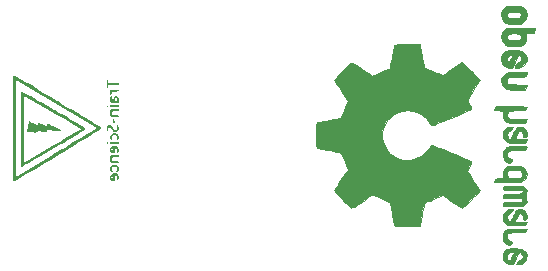
<source format=gbr>
%TF.GenerationSoftware,KiCad,Pcbnew,7.0.7*%
%TF.CreationDate,2023-12-19T09:30:13+01:00*%
%TF.ProjectId,OS-servoDriver_relay,4f532d73-6572-4766-9f44-72697665725f,rev?*%
%TF.SameCoordinates,Original*%
%TF.FileFunction,Legend,Bot*%
%TF.FilePolarity,Positive*%
%FSLAX46Y46*%
G04 Gerber Fmt 4.6, Leading zero omitted, Abs format (unit mm)*
G04 Created by KiCad (PCBNEW 7.0.7) date 2023-12-19 09:30:13*
%MOMM*%
%LPD*%
G01*
G04 APERTURE LIST*
%ADD10C,0.010000*%
%ADD11C,3.200000*%
%ADD12R,1.700000X1.700000*%
%ADD13O,1.700000X1.700000*%
%ADD14R,2.600000X2.600000*%
%ADD15C,2.600000*%
G04 APERTURE END LIST*
%TO.C,G\u002A\u002A\u002A*%
G36*
X199450200Y-127291826D02*
G01*
X198709769Y-127291826D01*
X198709769Y-127130863D01*
X199450200Y-127130863D01*
X199450200Y-127291826D01*
G37*
G36*
X199450200Y-130382321D02*
G01*
X198709769Y-130382321D01*
X198709769Y-130221357D01*
X199450200Y-130221357D01*
X199450200Y-130382321D01*
G37*
G36*
X198569959Y-127147960D02*
G01*
X198580999Y-127207206D01*
X198575300Y-127261503D01*
X198539248Y-127310043D01*
X198469528Y-127303930D01*
X198437565Y-127279949D01*
X198424714Y-127224189D01*
X198450361Y-127167943D01*
X198508565Y-127136672D01*
X198525786Y-127134792D01*
X198569959Y-127147960D01*
G37*
G36*
X198569959Y-130238454D02*
G01*
X198580999Y-130297700D01*
X198575300Y-130351998D01*
X198539248Y-130400537D01*
X198469528Y-130394424D01*
X198437565Y-130370443D01*
X198424714Y-130314683D01*
X198450361Y-130258438D01*
X198508565Y-130227167D01*
X198525786Y-130225286D01*
X198569959Y-130238454D01*
G37*
G36*
X199058965Y-128259117D02*
G01*
X199081353Y-128284621D01*
X199092841Y-128350732D01*
X199096081Y-128469219D01*
X199094672Y-128568649D01*
X199087260Y-128638547D01*
X199070166Y-128668049D01*
X199039744Y-128670155D01*
X199033014Y-128668287D01*
X198994266Y-128625717D01*
X198972600Y-128546263D01*
X198967599Y-128449825D01*
X198978845Y-128356303D01*
X199005919Y-128285597D01*
X199048406Y-128257606D01*
X199058965Y-128259117D01*
G37*
G36*
X198503105Y-124960077D02*
G01*
X198529408Y-125010474D01*
X198542522Y-125111064D01*
X198552334Y-125263690D01*
X199450200Y-125263690D01*
X199450200Y-125424653D01*
X198548806Y-125424653D01*
X198548806Y-125569520D01*
X198548782Y-125579927D01*
X198543683Y-125665549D01*
X198524657Y-125704908D01*
X198484421Y-125714387D01*
X198465024Y-125712924D01*
X198444129Y-125700418D01*
X198430945Y-125666082D01*
X198423709Y-125599278D01*
X198420660Y-125489368D01*
X198420036Y-125325714D01*
X198420161Y-125245750D01*
X198421892Y-125107072D01*
X198426863Y-125018099D01*
X198436589Y-124968665D01*
X198452588Y-124948601D01*
X198476373Y-124947740D01*
X198503105Y-124960077D01*
G37*
G36*
X199450200Y-125891446D02*
G01*
X199449549Y-125916846D01*
X199439539Y-125948037D01*
X199406440Y-125964462D01*
X199336488Y-125970849D01*
X199215919Y-125971928D01*
X199183100Y-125972180D01*
X199022385Y-125984900D01*
X198915818Y-126019305D01*
X198856752Y-126078830D01*
X198838540Y-126166909D01*
X198838013Y-126188717D01*
X198821633Y-126246127D01*
X198774155Y-126261662D01*
X198746259Y-126254621D01*
X198713074Y-126206033D01*
X198711196Y-126126524D01*
X198743095Y-126034197D01*
X198759977Y-125991634D01*
X198743095Y-125971928D01*
X198721174Y-125951940D01*
X198709769Y-125891446D01*
X198709769Y-125810965D01*
X199450200Y-125810965D01*
X199450200Y-125891446D01*
G37*
G36*
X199238703Y-132193760D02*
G01*
X199292957Y-132221270D01*
X199352323Y-132275435D01*
X199384169Y-132309524D01*
X199436144Y-132395930D01*
X199450200Y-132500993D01*
X199436981Y-132602265D01*
X199396764Y-132693669D01*
X199339108Y-132748623D01*
X199273773Y-132753178D01*
X199246932Y-132741547D01*
X199234129Y-132718116D01*
X199268759Y-132672841D01*
X199269642Y-132671857D01*
X199313772Y-132582161D01*
X199314246Y-132480639D01*
X199270841Y-132396661D01*
X199258043Y-132386095D01*
X199175032Y-132355074D01*
X199066878Y-132346495D01*
X198962078Y-132360357D01*
X198889129Y-132396661D01*
X198888260Y-132397538D01*
X198845442Y-132481943D01*
X198846500Y-132583501D01*
X198891211Y-132672841D01*
X198915557Y-132701199D01*
X198924981Y-132731895D01*
X198886197Y-132753178D01*
X198828548Y-132751791D01*
X198769368Y-132702105D01*
X198726371Y-132615146D01*
X198709769Y-132505264D01*
X198724527Y-132391557D01*
X198785042Y-132287926D01*
X198895108Y-132222239D01*
X199057733Y-132191787D01*
X199166215Y-132186277D01*
X199238703Y-132193760D01*
G37*
G36*
X199238703Y-129521770D02*
G01*
X199292957Y-129549280D01*
X199352323Y-129603446D01*
X199384169Y-129637534D01*
X199436144Y-129723940D01*
X199450200Y-129829003D01*
X199436981Y-129930275D01*
X199396764Y-130021679D01*
X199339108Y-130076633D01*
X199273773Y-130081188D01*
X199246932Y-130069558D01*
X199234129Y-130046126D01*
X199268759Y-130000851D01*
X199269642Y-129999868D01*
X199313772Y-129910171D01*
X199314246Y-129808649D01*
X199270841Y-129724671D01*
X199267116Y-129721192D01*
X199191813Y-129686932D01*
X199079985Y-129674082D01*
X199070249Y-129674171D01*
X198960454Y-129688974D01*
X198889129Y-129724671D01*
X198888260Y-129725548D01*
X198845442Y-129809954D01*
X198846500Y-129911511D01*
X198891211Y-130000851D01*
X198915557Y-130029209D01*
X198924981Y-130059905D01*
X198886197Y-130081188D01*
X198828548Y-130079801D01*
X198769368Y-130030115D01*
X198726371Y-129943156D01*
X198709769Y-129833274D01*
X198724527Y-129719567D01*
X198785042Y-129615936D01*
X198895108Y-129550249D01*
X199057733Y-129519798D01*
X199166215Y-129514287D01*
X199238703Y-129521770D01*
G37*
G36*
X199325657Y-126341003D02*
G01*
X199398932Y-126395948D01*
X199421617Y-126443663D01*
X199439821Y-126547945D01*
X199443021Y-126704680D01*
X199438149Y-126943512D01*
X199141661Y-126932561D01*
X199068881Y-126929250D01*
X198914138Y-126913811D01*
X198810404Y-126883703D01*
X198748130Y-126832475D01*
X198717768Y-126753680D01*
X198709769Y-126640868D01*
X198710364Y-126605977D01*
X198727257Y-126473367D01*
X198765209Y-126388277D01*
X198821250Y-126358240D01*
X198825278Y-126358425D01*
X198848184Y-126376254D01*
X198854973Y-126432069D01*
X198847480Y-126538462D01*
X198840689Y-126636753D01*
X198847964Y-126710550D01*
X198873951Y-126747221D01*
X198920663Y-126769829D01*
X198977832Y-126768270D01*
X198995486Y-126729601D01*
X199130870Y-126729601D01*
X199142273Y-126767887D01*
X199182009Y-126776744D01*
X199219033Y-126771337D01*
X199282799Y-126738113D01*
X199308034Y-126696093D01*
X199320708Y-126617413D01*
X199307887Y-126541789D01*
X199270977Y-126497822D01*
X199213434Y-126495629D01*
X199168669Y-126547387D01*
X199138989Y-126658800D01*
X199130870Y-126729601D01*
X198995486Y-126729601D01*
X198999683Y-126720407D01*
X199005723Y-126658152D01*
X199032717Y-126547947D01*
X199072608Y-126444085D01*
X199115690Y-126375422D01*
X199138887Y-126356590D01*
X199213434Y-126332421D01*
X199229537Y-126327200D01*
X199325657Y-126341003D01*
G37*
G36*
X199344052Y-128755370D02*
G01*
X199400086Y-128812044D01*
X199431597Y-128884638D01*
X199448193Y-129008005D01*
X199438535Y-129140557D01*
X199402471Y-129254495D01*
X199347535Y-129323082D01*
X199245564Y-129382825D01*
X199143135Y-129401490D01*
X199043193Y-129375714D01*
X198954305Y-129295108D01*
X198868699Y-129154972D01*
X198825443Y-129077456D01*
X198745245Y-128978034D01*
X198668183Y-128940960D01*
X198595550Y-128967126D01*
X198592703Y-128969675D01*
X198562818Y-129028134D01*
X198549888Y-129111637D01*
X198555439Y-129191611D01*
X198580999Y-129239482D01*
X198611789Y-129280334D01*
X198600914Y-129329182D01*
X198549939Y-129352156D01*
X198549335Y-129352154D01*
X198480240Y-129322476D01*
X198435771Y-129239450D01*
X198420036Y-129110711D01*
X198431551Y-129003455D01*
X198481279Y-128883950D01*
X198560715Y-128805375D01*
X198659357Y-128773297D01*
X198766707Y-128793285D01*
X198872264Y-128870905D01*
X198888568Y-128889088D01*
X198949866Y-128970908D01*
X198985566Y-129039917D01*
X198996271Y-129069849D01*
X199055964Y-129161818D01*
X199134595Y-129214341D01*
X199217370Y-129220853D01*
X199289493Y-129174788D01*
X199296264Y-129164829D01*
X199314002Y-129083991D01*
X199305359Y-128961936D01*
X199271064Y-128812929D01*
X199267068Y-128764892D01*
X199294510Y-128739688D01*
X199344052Y-128755370D01*
G37*
G36*
X199450200Y-127565464D02*
G01*
X199448724Y-127598791D01*
X199435601Y-127625645D01*
X199397642Y-127639689D01*
X199321664Y-127645073D01*
X199194485Y-127645946D01*
X199155304Y-127646042D01*
X199038262Y-127649230D01*
X198965461Y-127659709D01*
X198920920Y-127681217D01*
X198888654Y-127717494D01*
X198877399Y-127734851D01*
X198843399Y-127824380D01*
X198847444Y-127902275D01*
X198889462Y-127948331D01*
X198895840Y-127950288D01*
X198961366Y-127959219D01*
X199067739Y-127965499D01*
X199195292Y-127967872D01*
X199300007Y-127968326D01*
X199385522Y-127972432D01*
X199430257Y-127984359D01*
X199447415Y-128008277D01*
X199450200Y-128048354D01*
X199450194Y-128053524D01*
X199446987Y-128090024D01*
X199429328Y-128112284D01*
X199384734Y-128123826D01*
X199300722Y-128128170D01*
X199164808Y-128128835D01*
X199000568Y-128122925D01*
X198862150Y-128098865D01*
X198772519Y-128052361D01*
X198724213Y-127979257D01*
X198709769Y-127875396D01*
X198710050Y-127860952D01*
X198723219Y-127771795D01*
X198750010Y-127712745D01*
X198774107Y-127676832D01*
X198750010Y-127655335D01*
X198724507Y-127628250D01*
X198709769Y-127562781D01*
X198710988Y-127533057D01*
X198721787Y-127509608D01*
X198753124Y-127495379D01*
X198815962Y-127488067D01*
X198921262Y-127485370D01*
X199079985Y-127484982D01*
X199450200Y-127484982D01*
X199450200Y-127565464D01*
G37*
G36*
X199182586Y-130556139D02*
G01*
X199295779Y-130589456D01*
X199376705Y-130654586D01*
X199386820Y-130667536D01*
X199427354Y-130756069D01*
X199447154Y-130866304D01*
X199447338Y-130981384D01*
X199429024Y-131084454D01*
X199393331Y-131158657D01*
X199341376Y-131187137D01*
X199334067Y-131186535D01*
X199312300Y-131166504D01*
X199305706Y-131108653D01*
X199312295Y-131000189D01*
X199316072Y-130924620D01*
X199299168Y-130800552D01*
X199246960Y-130727914D01*
X199158167Y-130704247D01*
X199143882Y-130705020D01*
X199118313Y-130717746D01*
X199103892Y-130756198D01*
X199097517Y-130833253D01*
X199096081Y-130961788D01*
X199096081Y-131219330D01*
X198997027Y-131219330D01*
X198910471Y-131201702D01*
X198809669Y-131134540D01*
X198737419Y-131033086D01*
X198709769Y-130914377D01*
X198711661Y-130881307D01*
X198838540Y-130881307D01*
X198848712Y-130956044D01*
X198886477Y-131029550D01*
X198941557Y-131058366D01*
X198952152Y-131042595D01*
X198963076Y-130978283D01*
X198967311Y-130881307D01*
X198965017Y-130808466D01*
X198955662Y-130733363D01*
X198941557Y-130704247D01*
X198898073Y-130721731D01*
X198855306Y-130786639D01*
X198838540Y-130881307D01*
X198711661Y-130881307D01*
X198713482Y-130849478D01*
X198757192Y-130707716D01*
X198847233Y-130608928D01*
X198941557Y-130571373D01*
X198980000Y-130556067D01*
X199151890Y-130552087D01*
X199182586Y-130556139D01*
G37*
G36*
X199450200Y-131460774D02*
G01*
X199448724Y-131494101D01*
X199435601Y-131520955D01*
X199397642Y-131534999D01*
X199321664Y-131540383D01*
X199194485Y-131541256D01*
X199155304Y-131541352D01*
X199038262Y-131544541D01*
X198965461Y-131555019D01*
X198920920Y-131576528D01*
X198888654Y-131612804D01*
X198877399Y-131630162D01*
X198843399Y-131719690D01*
X198847444Y-131797586D01*
X198889462Y-131843642D01*
X198895840Y-131845599D01*
X198961366Y-131854530D01*
X199067739Y-131860810D01*
X199195292Y-131863183D01*
X199300007Y-131863637D01*
X199385522Y-131867742D01*
X199430257Y-131879670D01*
X199447415Y-131903587D01*
X199450200Y-131943664D01*
X199450194Y-131948834D01*
X199446987Y-131985334D01*
X199429328Y-132007595D01*
X199384734Y-132019137D01*
X199300722Y-132023480D01*
X199164808Y-132024146D01*
X199000568Y-132018236D01*
X198862150Y-131994175D01*
X198772519Y-131947671D01*
X198724213Y-131874567D01*
X198709769Y-131770707D01*
X198710050Y-131756263D01*
X198723219Y-131667105D01*
X198750010Y-131608056D01*
X198774107Y-131572142D01*
X198750010Y-131550646D01*
X198724507Y-131523561D01*
X198709769Y-131458092D01*
X198710988Y-131428368D01*
X198721787Y-131404918D01*
X198753124Y-131390689D01*
X198815962Y-131383378D01*
X198921262Y-131380680D01*
X199079985Y-131380293D01*
X199450200Y-131380293D01*
X199450200Y-131460774D01*
G37*
G36*
X199182586Y-132874010D02*
G01*
X199295779Y-132907327D01*
X199376705Y-132972457D01*
X199386820Y-132985407D01*
X199427354Y-133073940D01*
X199447154Y-133184174D01*
X199447338Y-133299255D01*
X199429024Y-133402324D01*
X199393331Y-133476527D01*
X199341376Y-133505008D01*
X199334067Y-133504405D01*
X199312300Y-133484375D01*
X199305706Y-133426524D01*
X199312295Y-133318060D01*
X199316072Y-133242491D01*
X199299168Y-133118423D01*
X199246960Y-133045785D01*
X199158167Y-133022118D01*
X199143882Y-133022890D01*
X199118313Y-133035617D01*
X199103892Y-133074069D01*
X199097517Y-133151123D01*
X199096081Y-133279659D01*
X199096081Y-133537200D01*
X198997027Y-133537200D01*
X198910471Y-133519573D01*
X198809669Y-133452411D01*
X198737419Y-133350957D01*
X198709769Y-133232248D01*
X198711661Y-133199178D01*
X198838540Y-133199178D01*
X198848712Y-133273915D01*
X198886477Y-133347421D01*
X198941557Y-133376237D01*
X198952152Y-133360466D01*
X198963076Y-133296154D01*
X198967311Y-133199178D01*
X198965017Y-133126337D01*
X198955662Y-133051233D01*
X198941557Y-133022118D01*
X198898073Y-133039602D01*
X198855306Y-133104509D01*
X198838540Y-133199178D01*
X198711661Y-133199178D01*
X198713482Y-133167349D01*
X198757192Y-133025587D01*
X198847233Y-132926799D01*
X198941557Y-132889244D01*
X198980000Y-132873938D01*
X199151890Y-132869957D01*
X199182586Y-132874010D01*
G37*
G36*
X191975058Y-128528514D02*
G01*
X192034127Y-128558579D01*
X192130113Y-128604696D01*
X192244502Y-128658112D01*
X192361987Y-128711832D01*
X192467260Y-128758863D01*
X192545014Y-128792211D01*
X192579939Y-128804881D01*
X192587074Y-128795620D01*
X192593166Y-128746649D01*
X192599492Y-128706824D01*
X192633407Y-128633835D01*
X192645772Y-128618006D01*
X192675801Y-128597458D01*
X192721076Y-128605083D01*
X192802418Y-128641868D01*
X192886681Y-128681607D01*
X192993347Y-128730222D01*
X193105885Y-128780399D01*
X193208197Y-128825034D01*
X193284185Y-128857024D01*
X193317752Y-128869266D01*
X193325883Y-128856913D01*
X193342882Y-128805043D01*
X193347961Y-128788288D01*
X193381444Y-128739409D01*
X193441132Y-128726138D01*
X193536145Y-128748517D01*
X193675598Y-128806588D01*
X193803375Y-128865276D01*
X193929942Y-128923041D01*
X194025739Y-128966385D01*
X194116386Y-129007181D01*
X194242417Y-129064111D01*
X194371810Y-129122719D01*
X194471317Y-129171053D01*
X194561226Y-129227612D01*
X194588590Y-129269043D01*
X194553388Y-129295399D01*
X194455598Y-129306732D01*
X194295196Y-129303094D01*
X194225403Y-129299114D01*
X194076500Y-129290820D01*
X193903671Y-129281361D01*
X193731771Y-129272104D01*
X193373418Y-129252995D01*
X193352238Y-129337383D01*
X193350961Y-129342328D01*
X193333997Y-129382496D01*
X193301791Y-129403797D01*
X193242527Y-129407081D01*
X193144393Y-129393196D01*
X192995574Y-129362990D01*
X192972954Y-129358173D01*
X192821284Y-129328042D01*
X192718164Y-129314167D01*
X192651271Y-129316846D01*
X192608286Y-129336374D01*
X192576888Y-129373047D01*
X192575021Y-129375889D01*
X192552265Y-129405824D01*
X192523066Y-129425793D01*
X192475841Y-129437420D01*
X192399007Y-129442330D01*
X192280980Y-129442147D01*
X192110178Y-129438494D01*
X192083545Y-129437815D01*
X191929056Y-129432323D01*
X191800829Y-129425207D01*
X191711569Y-129417312D01*
X191673982Y-129409482D01*
X191671110Y-129374087D01*
X191682055Y-129293416D01*
X191704861Y-129186233D01*
X191728620Y-129085650D01*
X191754490Y-128968502D01*
X191770793Y-128885363D01*
X191792750Y-128763764D01*
X191825223Y-128625670D01*
X191858145Y-128538417D01*
X191878406Y-128507230D01*
X191911893Y-128499404D01*
X191975058Y-128528514D01*
G37*
G36*
X191257171Y-125988360D02*
G01*
X191281537Y-125994675D01*
X191348231Y-126023747D01*
X191418134Y-126058736D01*
X191455184Y-126077281D01*
X191604073Y-126156213D01*
X191796575Y-126261480D01*
X192034366Y-126394019D01*
X192319123Y-126554766D01*
X192652524Y-126744657D01*
X193036245Y-126964629D01*
X193471962Y-127215618D01*
X193961354Y-127498561D01*
X194045120Y-127547068D01*
X194419143Y-127763757D01*
X194776831Y-127971145D01*
X195114244Y-128166940D01*
X195427441Y-128348847D01*
X195712482Y-128514574D01*
X195965428Y-128661827D01*
X196182339Y-128788312D01*
X196359274Y-128891738D01*
X196492294Y-128969809D01*
X196577458Y-129020233D01*
X196610827Y-129040717D01*
X196635333Y-129080172D01*
X196643019Y-129154031D01*
X196640271Y-129163314D01*
X196626318Y-129183337D01*
X196597943Y-129210371D01*
X196551973Y-129246362D01*
X196485233Y-129293261D01*
X196394552Y-129353014D01*
X196276755Y-129427572D01*
X196128670Y-129518881D01*
X195947124Y-129628891D01*
X195728942Y-129759550D01*
X195470953Y-129912807D01*
X195169982Y-130090610D01*
X194822857Y-130294907D01*
X194426404Y-130527647D01*
X193977450Y-130790778D01*
X193551970Y-131039703D01*
X193105321Y-131300187D01*
X192710872Y-131529211D01*
X192367011Y-131727687D01*
X192072128Y-131896526D01*
X191824610Y-132036641D01*
X191622845Y-132148941D01*
X191465220Y-132234339D01*
X191350125Y-132293748D01*
X191275948Y-132328077D01*
X191241075Y-132338239D01*
X191160593Y-132329976D01*
X191160593Y-129338691D01*
X191406341Y-129338691D01*
X191406879Y-129783153D01*
X191408016Y-130201110D01*
X191409751Y-130573623D01*
X191418134Y-131988247D01*
X193823177Y-130580346D01*
X194112713Y-130410797D01*
X194461092Y-130206632D01*
X194790265Y-130013552D01*
X195096190Y-129833935D01*
X195374826Y-129670161D01*
X195622130Y-129524609D01*
X195834061Y-129399658D01*
X196006577Y-129297687D01*
X196135637Y-129221076D01*
X196217197Y-129172203D01*
X196247218Y-129153449D01*
X196230326Y-129139891D01*
X196162149Y-129096111D01*
X196045481Y-129024504D01*
X195884287Y-128927414D01*
X195682530Y-128807186D01*
X195444174Y-128666164D01*
X195173185Y-128506692D01*
X194873526Y-128331115D01*
X194549162Y-128141778D01*
X194204056Y-127941024D01*
X193842175Y-127731197D01*
X191418134Y-126327943D01*
X191409751Y-127743471D01*
X191408322Y-128035666D01*
X191407062Y-128446008D01*
X191406402Y-128886663D01*
X191406341Y-129338691D01*
X191160593Y-129338691D01*
X191160593Y-125988024D01*
X191257171Y-125988360D01*
G37*
G36*
X190586961Y-124622412D02*
G01*
X190622947Y-124635039D01*
X190676955Y-124659434D01*
X190751635Y-124697136D01*
X190774282Y-124709279D01*
X190849634Y-124749681D01*
X190973603Y-124818609D01*
X191126190Y-124905456D01*
X191310043Y-125011761D01*
X191527812Y-125139060D01*
X191782146Y-125288893D01*
X192075693Y-125462796D01*
X192411103Y-125662308D01*
X192791024Y-125888965D01*
X193218106Y-126144307D01*
X193694996Y-126429870D01*
X194224344Y-126747192D01*
X194330324Y-126810751D01*
X194769804Y-127074348D01*
X195193988Y-127328819D01*
X195599547Y-127572166D01*
X195983155Y-127802389D01*
X196341484Y-128017491D01*
X196671208Y-128215473D01*
X196969000Y-128394338D01*
X197231531Y-128552086D01*
X197455476Y-128686720D01*
X197637508Y-128796242D01*
X197774298Y-128878652D01*
X197862521Y-128931953D01*
X197898849Y-128954146D01*
X197949194Y-129002763D01*
X197963234Y-129085952D01*
X197961830Y-129091692D01*
X197951488Y-129108730D01*
X197929107Y-129131950D01*
X197891991Y-129163038D01*
X197837444Y-129203683D01*
X197762771Y-129255573D01*
X197665274Y-129320394D01*
X197542259Y-129399836D01*
X197391029Y-129495586D01*
X197208888Y-129609332D01*
X196993141Y-129742761D01*
X196741091Y-129897561D01*
X196450044Y-130075421D01*
X196117302Y-130278028D01*
X195740170Y-130507069D01*
X195315951Y-130764234D01*
X194841951Y-131051208D01*
X194315473Y-131369681D01*
X194245373Y-131412068D01*
X193680468Y-131753331D01*
X193168665Y-132061899D01*
X192708404Y-132338692D01*
X192298125Y-132584631D01*
X191936265Y-132800634D01*
X191621265Y-132987623D01*
X191351564Y-133146517D01*
X191125600Y-133278236D01*
X190941813Y-133383701D01*
X190798643Y-133463831D01*
X190694528Y-133519546D01*
X190627908Y-133551766D01*
X190597222Y-133561412D01*
X190516740Y-133553297D01*
X190508658Y-129146759D01*
X190762581Y-129146759D01*
X190762824Y-129689432D01*
X190763474Y-130214870D01*
X190764532Y-130707356D01*
X190765997Y-131151174D01*
X190774282Y-133207733D01*
X193736660Y-131416763D01*
X194082436Y-131207716D01*
X194485804Y-130963844D01*
X194877256Y-130727173D01*
X195252472Y-130500313D01*
X195607135Y-130285875D01*
X195936926Y-130086470D01*
X196237527Y-129904710D01*
X196504620Y-129743205D01*
X196733887Y-129604566D01*
X196921010Y-129491405D01*
X197061669Y-129406331D01*
X197151549Y-129351957D01*
X197604058Y-129078120D01*
X190774282Y-124980376D01*
X190765997Y-127037495D01*
X190765685Y-127118038D01*
X190764298Y-127572490D01*
X190763318Y-128072572D01*
X190762746Y-128602567D01*
X190762581Y-129146759D01*
X190508658Y-129146759D01*
X190508579Y-129103856D01*
X190507499Y-128507282D01*
X190506537Y-127941674D01*
X190505786Y-127434229D01*
X190505284Y-126981764D01*
X190505070Y-126581095D01*
X190505182Y-126229038D01*
X190505657Y-125922408D01*
X190506534Y-125658020D01*
X190507852Y-125432692D01*
X190509648Y-125243238D01*
X190511961Y-125086475D01*
X190514828Y-124959218D01*
X190518288Y-124858283D01*
X190522379Y-124780486D01*
X190527140Y-124722643D01*
X190532608Y-124681570D01*
X190538821Y-124654082D01*
X190545819Y-124636995D01*
X190553638Y-124627125D01*
X190562317Y-124621288D01*
X190566349Y-124620016D01*
X190586961Y-124622412D01*
G37*
%TO.C,REF\u002A\u002A*%
D10*
X233383902Y-137598985D02*
X233624235Y-137601832D01*
X233816034Y-137606666D01*
X233943037Y-137613027D01*
X233988985Y-137620458D01*
X233973787Y-137668818D01*
X233932515Y-137766435D01*
X233931179Y-137769365D01*
X233904643Y-137820055D01*
X233868230Y-137854147D01*
X233804454Y-137874933D01*
X233695825Y-137885705D01*
X233524855Y-137889754D01*
X233274056Y-137890372D01*
X233114956Y-137891618D01*
X232815951Y-137904908D01*
X232596939Y-137935338D01*
X232446432Y-137986124D01*
X232352945Y-138060481D01*
X232304991Y-138161623D01*
X232301648Y-138175655D01*
X232299038Y-138365103D01*
X232383913Y-138512848D01*
X232554076Y-138614892D01*
X232603269Y-138633090D01*
X232712138Y-138674571D01*
X232762167Y-138695577D01*
X232755273Y-138738718D01*
X232717862Y-138832935D01*
X232656078Y-138920809D01*
X232539313Y-138960870D01*
X232455677Y-138948921D01*
X232286030Y-138875505D01*
X232127059Y-138756795D01*
X232017116Y-138617976D01*
X231991697Y-138559816D01*
X231949202Y-138339596D01*
X231966032Y-138105791D01*
X232040655Y-137904899D01*
X232096724Y-137821353D01*
X232177060Y-137736747D01*
X232279253Y-137676397D01*
X232418374Y-137636346D01*
X232609495Y-137612637D01*
X232867688Y-137601313D01*
X233208024Y-137598418D01*
X233383902Y-137598985D01*
G36*
X233383902Y-137598985D02*
G01*
X233624235Y-137601832D01*
X233816034Y-137606666D01*
X233943037Y-137613027D01*
X233988985Y-137620458D01*
X233973787Y-137668818D01*
X233932515Y-137766435D01*
X233931179Y-137769365D01*
X233904643Y-137820055D01*
X233868230Y-137854147D01*
X233804454Y-137874933D01*
X233695825Y-137885705D01*
X233524855Y-137889754D01*
X233274056Y-137890372D01*
X233114956Y-137891618D01*
X232815951Y-137904908D01*
X232596939Y-137935338D01*
X232446432Y-137986124D01*
X232352945Y-138060481D01*
X232304991Y-138161623D01*
X232301648Y-138175655D01*
X232299038Y-138365103D01*
X232383913Y-138512848D01*
X232554076Y-138614892D01*
X232603269Y-138633090D01*
X232712138Y-138674571D01*
X232762167Y-138695577D01*
X232755273Y-138738718D01*
X232717862Y-138832935D01*
X232656078Y-138920809D01*
X232539313Y-138960870D01*
X232455677Y-138948921D01*
X232286030Y-138875505D01*
X232127059Y-138756795D01*
X232017116Y-138617976D01*
X231991697Y-138559816D01*
X231949202Y-138339596D01*
X231966032Y-138105791D01*
X232040655Y-137904899D01*
X232096724Y-137821353D01*
X232177060Y-137736747D01*
X232279253Y-137676397D01*
X232418374Y-137636346D01*
X232609495Y-137612637D01*
X232867688Y-137601313D01*
X233208024Y-137598418D01*
X233383902Y-137598985D01*
G37*
X233988907Y-124436362D02*
X233944201Y-124553553D01*
X233901177Y-124641293D01*
X233845718Y-124698567D01*
X233760851Y-124731846D01*
X233629602Y-124747603D01*
X233434999Y-124752310D01*
X233160070Y-124752441D01*
X232940931Y-124753107D01*
X232730657Y-124757082D01*
X232587039Y-124766568D01*
X232492787Y-124783733D01*
X232430616Y-124810741D01*
X232383238Y-124849759D01*
X232316378Y-124945679D01*
X232291178Y-125106813D01*
X232354862Y-125266225D01*
X232363016Y-125276746D01*
X232400688Y-125309539D01*
X232461107Y-125333729D01*
X232559186Y-125351343D01*
X232709835Y-125364409D01*
X232927966Y-125374955D01*
X233228492Y-125385008D01*
X234033179Y-125409338D01*
X233940472Y-125616138D01*
X233847766Y-125822939D01*
X233113086Y-125822939D01*
X232913496Y-125822081D01*
X232635844Y-125814701D01*
X232429114Y-125796010D01*
X232276646Y-125761546D01*
X232161776Y-125706845D01*
X232067845Y-125627441D01*
X231978190Y-125518872D01*
X231887865Y-125362716D01*
X231828898Y-125116709D01*
X231854481Y-124869521D01*
X231961283Y-124642253D01*
X232145974Y-124456003D01*
X232203788Y-124417399D01*
X232269316Y-124385379D01*
X232351909Y-124362670D01*
X232467614Y-124347205D01*
X232632483Y-124336918D01*
X232862565Y-124329739D01*
X233173910Y-124323604D01*
X234037571Y-124308368D01*
X233988907Y-124436362D01*
G36*
X233988907Y-124436362D02*
G01*
X233944201Y-124553553D01*
X233901177Y-124641293D01*
X233845718Y-124698567D01*
X233760851Y-124731846D01*
X233629602Y-124747603D01*
X233434999Y-124752310D01*
X233160070Y-124752441D01*
X232940931Y-124753107D01*
X232730657Y-124757082D01*
X232587039Y-124766568D01*
X232492787Y-124783733D01*
X232430616Y-124810741D01*
X232383238Y-124849759D01*
X232316378Y-124945679D01*
X232291178Y-125106813D01*
X232354862Y-125266225D01*
X232363016Y-125276746D01*
X232400688Y-125309539D01*
X232461107Y-125333729D01*
X232559186Y-125351343D01*
X232709835Y-125364409D01*
X232927966Y-125374955D01*
X233228492Y-125385008D01*
X234033179Y-125409338D01*
X233940472Y-125616138D01*
X233847766Y-125822939D01*
X233113086Y-125822939D01*
X232913496Y-125822081D01*
X232635844Y-125814701D01*
X232429114Y-125796010D01*
X232276646Y-125761546D01*
X232161776Y-125706845D01*
X232067845Y-125627441D01*
X231978190Y-125518872D01*
X231887865Y-125362716D01*
X231828898Y-125116709D01*
X231854481Y-124869521D01*
X231961283Y-124642253D01*
X232145974Y-124456003D01*
X232203788Y-124417399D01*
X232269316Y-124385379D01*
X232351909Y-124362670D01*
X232467614Y-124347205D01*
X232632483Y-124336918D01*
X232862565Y-124329739D01*
X233173910Y-124323604D01*
X234037571Y-124308368D01*
X233988907Y-124436362D01*
G37*
X233806006Y-130599013D02*
X233943505Y-130611854D01*
X233988985Y-130632890D01*
X233975367Y-130696556D01*
X233934105Y-130804710D01*
X233922038Y-130830177D01*
X233894725Y-130869955D01*
X233849822Y-130897385D01*
X233771388Y-130915325D01*
X233643481Y-130926636D01*
X233450158Y-130934178D01*
X233175479Y-130940812D01*
X233095186Y-130942631D01*
X232841600Y-130949655D01*
X232664128Y-130958773D01*
X232545942Y-130972744D01*
X232470216Y-130994323D01*
X232420120Y-131026269D01*
X232378827Y-131071337D01*
X232306435Y-131204773D01*
X232292497Y-131368924D01*
X232347891Y-131515802D01*
X232462581Y-131621477D01*
X232626533Y-131662020D01*
X232671098Y-131663148D01*
X232751776Y-131685294D01*
X232764084Y-131750674D01*
X232716040Y-131878696D01*
X232700631Y-131908347D01*
X232610010Y-131988485D01*
X232475268Y-131990071D01*
X232288920Y-131913720D01*
X232187366Y-131843683D01*
X232043099Y-131664609D01*
X231961534Y-131443572D01*
X231950433Y-131207223D01*
X232017561Y-130982213D01*
X232026063Y-130966850D01*
X232123467Y-130841366D01*
X232248691Y-130729170D01*
X232276994Y-130709602D01*
X232343042Y-130672195D01*
X232421430Y-130645470D01*
X232529153Y-130627092D01*
X232683205Y-130614726D01*
X232900581Y-130606035D01*
X233198276Y-130598686D01*
X233248604Y-130597644D01*
X233574902Y-130594300D01*
X233806006Y-130599013D01*
G36*
X233806006Y-130599013D02*
G01*
X233943505Y-130611854D01*
X233988985Y-130632890D01*
X233975367Y-130696556D01*
X233934105Y-130804710D01*
X233922038Y-130830177D01*
X233894725Y-130869955D01*
X233849822Y-130897385D01*
X233771388Y-130915325D01*
X233643481Y-130926636D01*
X233450158Y-130934178D01*
X233175479Y-130940812D01*
X233095186Y-130942631D01*
X232841600Y-130949655D01*
X232664128Y-130958773D01*
X232545942Y-130972744D01*
X232470216Y-130994323D01*
X232420120Y-131026269D01*
X232378827Y-131071337D01*
X232306435Y-131204773D01*
X232292497Y-131368924D01*
X232347891Y-131515802D01*
X232462581Y-131621477D01*
X232626533Y-131662020D01*
X232671098Y-131663148D01*
X232751776Y-131685294D01*
X232764084Y-131750674D01*
X232716040Y-131878696D01*
X232700631Y-131908347D01*
X232610010Y-131988485D01*
X232475268Y-131990071D01*
X232288920Y-131913720D01*
X232187366Y-131843683D01*
X232043099Y-131664609D01*
X231961534Y-131443572D01*
X231950433Y-131207223D01*
X232017561Y-130982213D01*
X232026063Y-130966850D01*
X232123467Y-130841366D01*
X232248691Y-130729170D01*
X232276994Y-130709602D01*
X232343042Y-130672195D01*
X232421430Y-130645470D01*
X232529153Y-130627092D01*
X232683205Y-130614726D01*
X232900581Y-130606035D01*
X233198276Y-130598686D01*
X233248604Y-130597644D01*
X233574902Y-130594300D01*
X233806006Y-130599013D01*
G37*
X232688201Y-127234051D02*
X233033471Y-127234706D01*
X233344054Y-127236453D01*
X233607422Y-127239130D01*
X233811051Y-127242575D01*
X233942414Y-127246625D01*
X233988985Y-127251119D01*
X233988828Y-127252876D01*
X233971908Y-127312589D01*
X233935566Y-127421425D01*
X233882147Y-127574663D01*
X233196652Y-127574663D01*
X232927309Y-127575637D01*
X232731961Y-127580161D01*
X232599025Y-127590571D01*
X232510886Y-127609201D01*
X232449929Y-127638387D01*
X232398539Y-127680463D01*
X232371208Y-127709150D01*
X232295511Y-127864274D01*
X232302214Y-128035249D01*
X232391720Y-128191929D01*
X232413931Y-128214738D01*
X232460053Y-128251269D01*
X232521023Y-128276266D01*
X232613334Y-128291912D01*
X232753480Y-128300386D01*
X232957955Y-128303871D01*
X233243252Y-128304548D01*
X233387948Y-128304873D01*
X233625941Y-128306984D01*
X233816539Y-128310732D01*
X233943100Y-128315736D01*
X233988985Y-128321617D01*
X233988828Y-128323374D01*
X233971908Y-128383087D01*
X233935566Y-128491923D01*
X233882147Y-128645161D01*
X233193516Y-128645086D01*
X233132211Y-128644970D01*
X232812633Y-128638532D01*
X232570976Y-128618750D01*
X232390850Y-128580792D01*
X232255865Y-128519823D01*
X232149631Y-128431009D01*
X232055759Y-128309517D01*
X231996999Y-128191024D01*
X231951577Y-128001575D01*
X231948997Y-127815233D01*
X231993183Y-127671981D01*
X231999286Y-127661212D01*
X231998632Y-127627998D01*
X231947511Y-127605302D01*
X231830313Y-127588923D01*
X231631429Y-127574663D01*
X231223289Y-127550334D01*
X231356701Y-127234050D01*
X232672843Y-127234050D01*
X232688201Y-127234051D01*
G36*
X232688201Y-127234051D02*
G01*
X233033471Y-127234706D01*
X233344054Y-127236453D01*
X233607422Y-127239130D01*
X233811051Y-127242575D01*
X233942414Y-127246625D01*
X233988985Y-127251119D01*
X233988828Y-127252876D01*
X233971908Y-127312589D01*
X233935566Y-127421425D01*
X233882147Y-127574663D01*
X233196652Y-127574663D01*
X232927309Y-127575637D01*
X232731961Y-127580161D01*
X232599025Y-127590571D01*
X232510886Y-127609201D01*
X232449929Y-127638387D01*
X232398539Y-127680463D01*
X232371208Y-127709150D01*
X232295511Y-127864274D01*
X232302214Y-128035249D01*
X232391720Y-128191929D01*
X232413931Y-128214738D01*
X232460053Y-128251269D01*
X232521023Y-128276266D01*
X232613334Y-128291912D01*
X232753480Y-128300386D01*
X232957955Y-128303871D01*
X233243252Y-128304548D01*
X233387948Y-128304873D01*
X233625941Y-128306984D01*
X233816539Y-128310732D01*
X233943100Y-128315736D01*
X233988985Y-128321617D01*
X233988828Y-128323374D01*
X233971908Y-128383087D01*
X233935566Y-128491923D01*
X233882147Y-128645161D01*
X233193516Y-128645086D01*
X233132211Y-128644970D01*
X232812633Y-128638532D01*
X232570976Y-128618750D01*
X232390850Y-128580792D01*
X232255865Y-128519823D01*
X232149631Y-128431009D01*
X232055759Y-128309517D01*
X231996999Y-128191024D01*
X231951577Y-128001575D01*
X231948997Y-127815233D01*
X231993183Y-127671981D01*
X231999286Y-127661212D01*
X231998632Y-127627998D01*
X231947511Y-127605302D01*
X231830313Y-127588923D01*
X231631429Y-127574663D01*
X231223289Y-127550334D01*
X231356701Y-127234050D01*
X232672843Y-127234050D01*
X232688201Y-127234051D01*
G37*
X233843528Y-134102976D02*
X233878058Y-134138150D01*
X233954808Y-134235589D01*
X233979668Y-134333857D01*
X233968223Y-134480083D01*
X233960824Y-134539619D01*
X233945171Y-134693166D01*
X233938935Y-134800525D01*
X233939888Y-134832371D01*
X233950210Y-134963017D01*
X233968223Y-135120968D01*
X233974413Y-135171504D01*
X233976845Y-135298816D01*
X233938412Y-135391963D01*
X233843528Y-135498075D01*
X233689545Y-135652058D01*
X232817426Y-135652058D01*
X232559702Y-135650859D01*
X232313985Y-135647118D01*
X232119422Y-135641299D01*
X231991400Y-135633873D01*
X231945307Y-135625312D01*
X231945431Y-135623517D01*
X231968366Y-135561322D01*
X232018908Y-135456238D01*
X232092508Y-135313910D01*
X232858275Y-135300513D01*
X233624042Y-135287115D01*
X233624042Y-134995161D01*
X232784675Y-134981848D01*
X232556507Y-134977627D01*
X232312632Y-134971586D01*
X232119018Y-134965039D01*
X231991349Y-134958533D01*
X231945307Y-134952614D01*
X231945468Y-134950913D01*
X231962406Y-134891916D01*
X231998726Y-134783457D01*
X232052145Y-134630219D01*
X232789435Y-134629474D01*
X232917512Y-134628728D01*
X233166391Y-134623552D01*
X233374240Y-134614298D01*
X233522298Y-134601945D01*
X233591805Y-134587477D01*
X233628982Y-134535716D01*
X233640464Y-134430080D01*
X233624042Y-134313935D01*
X232784675Y-134300622D01*
X232571380Y-134295857D01*
X232318914Y-134285978D01*
X232120884Y-134273058D01*
X231991583Y-134258096D01*
X231945307Y-134242087D01*
X231959950Y-134179650D01*
X232001776Y-134072930D01*
X232058246Y-133948993D01*
X233689545Y-133948993D01*
X233843528Y-134102976D01*
G36*
X233843528Y-134102976D02*
G01*
X233878058Y-134138150D01*
X233954808Y-134235589D01*
X233979668Y-134333857D01*
X233968223Y-134480083D01*
X233960824Y-134539619D01*
X233945171Y-134693166D01*
X233938935Y-134800525D01*
X233939888Y-134832371D01*
X233950210Y-134963017D01*
X233968223Y-135120968D01*
X233974413Y-135171504D01*
X233976845Y-135298816D01*
X233938412Y-135391963D01*
X233843528Y-135498075D01*
X233689545Y-135652058D01*
X232817426Y-135652058D01*
X232559702Y-135650859D01*
X232313985Y-135647118D01*
X232119422Y-135641299D01*
X231991400Y-135633873D01*
X231945307Y-135625312D01*
X231945431Y-135623517D01*
X231968366Y-135561322D01*
X232018908Y-135456238D01*
X232092508Y-135313910D01*
X232858275Y-135300513D01*
X233624042Y-135287115D01*
X233624042Y-134995161D01*
X232784675Y-134981848D01*
X232556507Y-134977627D01*
X232312632Y-134971586D01*
X232119018Y-134965039D01*
X231991349Y-134958533D01*
X231945307Y-134952614D01*
X231945468Y-134950913D01*
X231962406Y-134891916D01*
X231998726Y-134783457D01*
X232052145Y-134630219D01*
X232789435Y-134629474D01*
X232917512Y-134628728D01*
X233166391Y-134623552D01*
X233374240Y-134614298D01*
X233522298Y-134601945D01*
X233591805Y-134587477D01*
X233628982Y-134535716D01*
X233640464Y-134430080D01*
X233624042Y-134313935D01*
X232784675Y-134300622D01*
X232571380Y-134295857D01*
X232318914Y-134285978D01*
X232120884Y-134273058D01*
X231991583Y-134258096D01*
X231945307Y-134242087D01*
X231959950Y-134179650D01*
X232001776Y-134072930D01*
X232058246Y-133948993D01*
X233689545Y-133948993D01*
X233843528Y-134102976D01*
G37*
X232971240Y-118718771D02*
X233206530Y-118721408D01*
X233370475Y-118730474D01*
X233484984Y-118749262D01*
X233571969Y-118781065D01*
X233653341Y-118829177D01*
X233670225Y-118841014D01*
X233803353Y-118966261D01*
X233903756Y-119108967D01*
X233936337Y-119182247D01*
X233990680Y-119445566D01*
X233955529Y-119705978D01*
X233835415Y-119945970D01*
X233634871Y-120148025D01*
X233608005Y-120165084D01*
X233452009Y-120220589D01*
X233234799Y-120257992D01*
X232983952Y-120276140D01*
X232727045Y-120273882D01*
X232491653Y-120250066D01*
X232305355Y-120203541D01*
X232181278Y-120143752D01*
X231988280Y-119975436D01*
X231868358Y-119747368D01*
X231829684Y-119485460D01*
X232285920Y-119485460D01*
X232289678Y-119530947D01*
X232358600Y-119658374D01*
X232513167Y-119742583D01*
X232751911Y-119783027D01*
X233073367Y-119779157D01*
X233094055Y-119777602D01*
X233271429Y-119754930D01*
X233383911Y-119714559D01*
X233460973Y-119646391D01*
X233533158Y-119532098D01*
X233536953Y-119419060D01*
X233453736Y-119302633D01*
X233431837Y-119282381D01*
X233366308Y-119242709D01*
X233271123Y-119219288D01*
X233123761Y-119208146D01*
X232901699Y-119205315D01*
X232693704Y-119210166D01*
X232495544Y-119234363D01*
X232370306Y-119284317D01*
X232304821Y-119366019D01*
X232285920Y-119485460D01*
X231829684Y-119485460D01*
X231827135Y-119468195D01*
X231829365Y-119393635D01*
X231875014Y-119174070D01*
X231990011Y-118993720D01*
X232188107Y-118828207D01*
X232202803Y-118818360D01*
X232281847Y-118773799D01*
X232371191Y-118744814D01*
X232492582Y-118728147D01*
X232667765Y-118720537D01*
X232901699Y-118718846D01*
X232918487Y-118718725D01*
X232971240Y-118718771D01*
G36*
X232971240Y-118718771D02*
G01*
X233206530Y-118721408D01*
X233370475Y-118730474D01*
X233484984Y-118749262D01*
X233571969Y-118781065D01*
X233653341Y-118829177D01*
X233670225Y-118841014D01*
X233803353Y-118966261D01*
X233903756Y-119108967D01*
X233936337Y-119182247D01*
X233990680Y-119445566D01*
X233955529Y-119705978D01*
X233835415Y-119945970D01*
X233634871Y-120148025D01*
X233608005Y-120165084D01*
X233452009Y-120220589D01*
X233234799Y-120257992D01*
X232983952Y-120276140D01*
X232727045Y-120273882D01*
X232491653Y-120250066D01*
X232305355Y-120203541D01*
X232181278Y-120143752D01*
X231988280Y-119975436D01*
X231868358Y-119747368D01*
X231829684Y-119485460D01*
X232285920Y-119485460D01*
X232289678Y-119530947D01*
X232358600Y-119658374D01*
X232513167Y-119742583D01*
X232751911Y-119783027D01*
X233073367Y-119779157D01*
X233094055Y-119777602D01*
X233271429Y-119754930D01*
X233383911Y-119714559D01*
X233460973Y-119646391D01*
X233533158Y-119532098D01*
X233536953Y-119419060D01*
X233453736Y-119302633D01*
X233431837Y-119282381D01*
X233366308Y-119242709D01*
X233271123Y-119219288D01*
X233123761Y-119208146D01*
X232901699Y-119205315D01*
X232693704Y-119210166D01*
X232495544Y-119234363D01*
X232370306Y-119284317D01*
X232304821Y-119366019D01*
X232285920Y-119485460D01*
X231829684Y-119485460D01*
X231827135Y-119468195D01*
X231829365Y-119393635D01*
X231875014Y-119174070D01*
X231990011Y-118993720D01*
X232188107Y-118828207D01*
X232202803Y-118818360D01*
X232281847Y-118773799D01*
X232371191Y-118744814D01*
X232492582Y-118728147D01*
X232667765Y-118720537D01*
X232901699Y-118718846D01*
X232918487Y-118718725D01*
X232971240Y-118718771D01*
G37*
X233106577Y-139254094D02*
X233362090Y-139265980D01*
X233549069Y-139297087D01*
X233687591Y-139354439D01*
X233797735Y-139445063D01*
X233899579Y-139575983D01*
X233945892Y-139659284D01*
X233977085Y-139792811D01*
X233974623Y-139980384D01*
X233964742Y-140085250D01*
X233934570Y-140211746D01*
X233868986Y-140312855D01*
X233746777Y-140430480D01*
X233728927Y-140446197D01*
X233591563Y-140551943D01*
X233471926Y-140602396D01*
X233330057Y-140615276D01*
X233121576Y-140615276D01*
X233176567Y-140469588D01*
X233240848Y-140363376D01*
X233391680Y-140271055D01*
X233439972Y-140251781D01*
X233576735Y-140144020D01*
X233645579Y-139997328D01*
X233639389Y-139837605D01*
X233551054Y-139690755D01*
X233495971Y-139640287D01*
X233412867Y-139594518D01*
X233337361Y-139608836D01*
X233259650Y-139691229D01*
X233169930Y-139849685D01*
X233058398Y-140092192D01*
X232840094Y-140590947D01*
X232623830Y-140604183D01*
X232462092Y-140598340D01*
X232257696Y-140524774D01*
X232145057Y-140431917D01*
X232019233Y-140239399D01*
X231955672Y-140011021D01*
X231956105Y-139990694D01*
X232285417Y-139990694D01*
X232361667Y-140166518D01*
X232399794Y-140215245D01*
X232486081Y-140274247D01*
X232571359Y-140249579D01*
X232662404Y-140137339D01*
X232765995Y-139933622D01*
X232781002Y-139899913D01*
X232850822Y-139738718D01*
X232899931Y-139618110D01*
X232918487Y-139562066D01*
X232904827Y-139553573D01*
X232821421Y-139550166D01*
X232687357Y-139562314D01*
X232556256Y-139592913D01*
X232391086Y-139688354D01*
X232298014Y-139826127D01*
X232285417Y-139990694D01*
X231956105Y-139990694D01*
X231960703Y-139774938D01*
X232040655Y-139559305D01*
X232071355Y-139511836D01*
X232166352Y-139402954D01*
X232286526Y-139328490D01*
X232449756Y-139282599D01*
X232673919Y-139259432D01*
X232821421Y-139256371D01*
X232976894Y-139253145D01*
X233106577Y-139254094D01*
G36*
X233106577Y-139254094D02*
G01*
X233362090Y-139265980D01*
X233549069Y-139297087D01*
X233687591Y-139354439D01*
X233797735Y-139445063D01*
X233899579Y-139575983D01*
X233945892Y-139659284D01*
X233977085Y-139792811D01*
X233974623Y-139980384D01*
X233964742Y-140085250D01*
X233934570Y-140211746D01*
X233868986Y-140312855D01*
X233746777Y-140430480D01*
X233728927Y-140446197D01*
X233591563Y-140551943D01*
X233471926Y-140602396D01*
X233330057Y-140615276D01*
X233121576Y-140615276D01*
X233176567Y-140469588D01*
X233240848Y-140363376D01*
X233391680Y-140271055D01*
X233439972Y-140251781D01*
X233576735Y-140144020D01*
X233645579Y-139997328D01*
X233639389Y-139837605D01*
X233551054Y-139690755D01*
X233495971Y-139640287D01*
X233412867Y-139594518D01*
X233337361Y-139608836D01*
X233259650Y-139691229D01*
X233169930Y-139849685D01*
X233058398Y-140092192D01*
X232840094Y-140590947D01*
X232623830Y-140604183D01*
X232462092Y-140598340D01*
X232257696Y-140524774D01*
X232145057Y-140431917D01*
X232019233Y-140239399D01*
X231955672Y-140011021D01*
X231956105Y-139990694D01*
X232285417Y-139990694D01*
X232361667Y-140166518D01*
X232399794Y-140215245D01*
X232486081Y-140274247D01*
X232571359Y-140249579D01*
X232662404Y-140137339D01*
X232765995Y-139933622D01*
X232781002Y-139899913D01*
X232850822Y-139738718D01*
X232899931Y-139618110D01*
X232918487Y-139562066D01*
X232904827Y-139553573D01*
X232821421Y-139550166D01*
X232687357Y-139562314D01*
X232556256Y-139592913D01*
X232391086Y-139688354D01*
X232298014Y-139826127D01*
X232285417Y-139990694D01*
X231956105Y-139990694D01*
X231960703Y-139774938D01*
X232040655Y-139559305D01*
X232071355Y-139511836D01*
X232166352Y-139402954D01*
X232286526Y-139328490D01*
X232449756Y-139282599D01*
X232673919Y-139259432D01*
X232821421Y-139256371D01*
X232976894Y-139253145D01*
X233106577Y-139254094D01*
G37*
X233156892Y-132249969D02*
X233415534Y-132277435D01*
X233609354Y-132337195D01*
X233757353Y-132436242D01*
X233878532Y-132581572D01*
X233948583Y-132720008D01*
X233987564Y-132952486D01*
X233944942Y-133184648D01*
X233826157Y-133394483D01*
X233636652Y-133559984D01*
X233601707Y-133579968D01*
X233540485Y-133606361D01*
X233462359Y-133625936D01*
X233353926Y-133639704D01*
X233201784Y-133648671D01*
X232992532Y-133653847D01*
X232712769Y-133656239D01*
X232349093Y-133656857D01*
X231220120Y-133657039D01*
X231286366Y-133498897D01*
X231304499Y-133457085D01*
X231345446Y-133390532D01*
X231407458Y-133352436D01*
X231515902Y-133331499D01*
X231696145Y-133316426D01*
X231857981Y-133302658D01*
X231964225Y-133284461D01*
X232003872Y-133258393D01*
X231993238Y-133219108D01*
X231955875Y-133118999D01*
X231946613Y-132940092D01*
X231955107Y-132892846D01*
X232293725Y-132892846D01*
X232304975Y-133062939D01*
X232398539Y-133210626D01*
X232435637Y-133242418D01*
X232505489Y-133281191D01*
X232603037Y-133303608D01*
X232751467Y-133313932D01*
X232973965Y-133316426D01*
X233151073Y-133315275D01*
X233311270Y-133308000D01*
X233414686Y-133290014D01*
X233484171Y-133256791D01*
X233542572Y-133203807D01*
X233553799Y-133191393D01*
X233636653Y-133031900D01*
X233628175Y-132863146D01*
X233528936Y-132705976D01*
X233477523Y-132659176D01*
X233409364Y-132620008D01*
X233315134Y-132598130D01*
X233171096Y-132588617D01*
X232953510Y-132586541D01*
X232787479Y-132587566D01*
X232625418Y-132594656D01*
X232520837Y-132612531D01*
X232450636Y-132645822D01*
X232391720Y-132699160D01*
X232365190Y-132730492D01*
X232293725Y-132892846D01*
X231955107Y-132892846D01*
X231981214Y-132747627D01*
X232055759Y-132581572D01*
X232124760Y-132490214D01*
X232259387Y-132372913D01*
X232431993Y-132297787D01*
X232661579Y-132257840D01*
X232953510Y-132246603D01*
X232967146Y-132246079D01*
X233156892Y-132249969D01*
G36*
X233156892Y-132249969D02*
G01*
X233415534Y-132277435D01*
X233609354Y-132337195D01*
X233757353Y-132436242D01*
X233878532Y-132581572D01*
X233948583Y-132720008D01*
X233987564Y-132952486D01*
X233944942Y-133184648D01*
X233826157Y-133394483D01*
X233636652Y-133559984D01*
X233601707Y-133579968D01*
X233540485Y-133606361D01*
X233462359Y-133625936D01*
X233353926Y-133639704D01*
X233201784Y-133648671D01*
X232992532Y-133653847D01*
X232712769Y-133656239D01*
X232349093Y-133656857D01*
X231220120Y-133657039D01*
X231286366Y-133498897D01*
X231304499Y-133457085D01*
X231345446Y-133390532D01*
X231407458Y-133352436D01*
X231515902Y-133331499D01*
X231696145Y-133316426D01*
X231857981Y-133302658D01*
X231964225Y-133284461D01*
X232003872Y-133258393D01*
X231993238Y-133219108D01*
X231955875Y-133118999D01*
X231946613Y-132940092D01*
X231955107Y-132892846D01*
X232293725Y-132892846D01*
X232304975Y-133062939D01*
X232398539Y-133210626D01*
X232435637Y-133242418D01*
X232505489Y-133281191D01*
X232603037Y-133303608D01*
X232751467Y-133313932D01*
X232973965Y-133316426D01*
X233151073Y-133315275D01*
X233311270Y-133308000D01*
X233414686Y-133290014D01*
X233484171Y-133256791D01*
X233542572Y-133203807D01*
X233553799Y-133191393D01*
X233636653Y-133031900D01*
X233628175Y-132863146D01*
X233528936Y-132705976D01*
X233477523Y-132659176D01*
X233409364Y-132620008D01*
X233315134Y-132598130D01*
X233171096Y-132588617D01*
X232953510Y-132586541D01*
X232787479Y-132587566D01*
X232625418Y-132594656D01*
X232520837Y-132612531D01*
X232450636Y-132645822D01*
X232391720Y-132699160D01*
X232365190Y-132730492D01*
X232293725Y-132892846D01*
X231955107Y-132892846D01*
X231981214Y-132747627D01*
X232055759Y-132581572D01*
X232124760Y-132490214D01*
X232259387Y-132372913D01*
X232431993Y-132297787D01*
X232661579Y-132257840D01*
X232953510Y-132246603D01*
X232967146Y-132246079D01*
X233156892Y-132249969D01*
G37*
X233149398Y-122433387D02*
X233227543Y-122442123D01*
X233505682Y-122507220D01*
X233717211Y-122624850D01*
X233879337Y-122803743D01*
X233886027Y-122813854D01*
X233981177Y-123041267D01*
X233989644Y-123278712D01*
X233917185Y-123507507D01*
X233769557Y-123708969D01*
X233552516Y-123864414D01*
X233547283Y-123867023D01*
X233412501Y-123918678D01*
X233259321Y-123956514D01*
X233115519Y-123976584D01*
X233008868Y-123974938D01*
X232967146Y-123947629D01*
X232969681Y-123923368D01*
X233015827Y-123807346D01*
X233100681Y-123675839D01*
X233198905Y-123563967D01*
X233285156Y-123506855D01*
X233402152Y-123447488D01*
X233508564Y-123325816D01*
X233551054Y-123184526D01*
X233538769Y-123132737D01*
X233476924Y-123030516D01*
X233391074Y-122941475D01*
X233313188Y-122903399D01*
X233312900Y-122903410D01*
X233277133Y-122946612D01*
X233212609Y-123061788D01*
X233128396Y-123231585D01*
X233033558Y-123438648D01*
X233033055Y-123439787D01*
X232932896Y-123664742D01*
X232860733Y-123815527D01*
X232805298Y-123906936D01*
X232755324Y-123953760D01*
X232699544Y-123970794D01*
X232626691Y-123972828D01*
X232452109Y-123954916D01*
X232214915Y-123866352D01*
X232028519Y-123718097D01*
X231899461Y-123526253D01*
X231834281Y-123306925D01*
X231838013Y-123142538D01*
X232290733Y-123142538D01*
X232297085Y-123283601D01*
X232383536Y-123414588D01*
X232443275Y-123466075D01*
X232488740Y-123478303D01*
X232532108Y-123428717D01*
X232597094Y-123305166D01*
X232598932Y-123301543D01*
X232668348Y-123155779D01*
X232723725Y-123025377D01*
X232747152Y-122942649D01*
X232715838Y-122909466D01*
X232608541Y-122903399D01*
X232475003Y-122928608D01*
X232353649Y-123016005D01*
X232290733Y-123142538D01*
X231838013Y-123142538D01*
X231839519Y-123076214D01*
X231921716Y-122850225D01*
X232087413Y-122645061D01*
X232251382Y-122531391D01*
X232485435Y-122449740D01*
X232608541Y-122436463D01*
X232780549Y-122417914D01*
X233149398Y-122433387D01*
G36*
X233149398Y-122433387D02*
G01*
X233227543Y-122442123D01*
X233505682Y-122507220D01*
X233717211Y-122624850D01*
X233879337Y-122803743D01*
X233886027Y-122813854D01*
X233981177Y-123041267D01*
X233989644Y-123278712D01*
X233917185Y-123507507D01*
X233769557Y-123708969D01*
X233552516Y-123864414D01*
X233547283Y-123867023D01*
X233412501Y-123918678D01*
X233259321Y-123956514D01*
X233115519Y-123976584D01*
X233008868Y-123974938D01*
X232967146Y-123947629D01*
X232969681Y-123923368D01*
X233015827Y-123807346D01*
X233100681Y-123675839D01*
X233198905Y-123563967D01*
X233285156Y-123506855D01*
X233402152Y-123447488D01*
X233508564Y-123325816D01*
X233551054Y-123184526D01*
X233538769Y-123132737D01*
X233476924Y-123030516D01*
X233391074Y-122941475D01*
X233313188Y-122903399D01*
X233312900Y-122903410D01*
X233277133Y-122946612D01*
X233212609Y-123061788D01*
X233128396Y-123231585D01*
X233033558Y-123438648D01*
X233033055Y-123439787D01*
X232932896Y-123664742D01*
X232860733Y-123815527D01*
X232805298Y-123906936D01*
X232755324Y-123953760D01*
X232699544Y-123970794D01*
X232626691Y-123972828D01*
X232452109Y-123954916D01*
X232214915Y-123866352D01*
X232028519Y-123718097D01*
X231899461Y-123526253D01*
X231834281Y-123306925D01*
X231838013Y-123142538D01*
X232290733Y-123142538D01*
X232297085Y-123283601D01*
X232383536Y-123414588D01*
X232443275Y-123466075D01*
X232488740Y-123478303D01*
X232532108Y-123428717D01*
X232597094Y-123305166D01*
X232598932Y-123301543D01*
X232668348Y-123155779D01*
X232723725Y-123025377D01*
X232747152Y-122942649D01*
X232715838Y-122909466D01*
X232608541Y-122903399D01*
X232475003Y-122928608D01*
X232353649Y-123016005D01*
X232290733Y-123142538D01*
X231838013Y-123142538D01*
X231839519Y-123076214D01*
X231921716Y-122850225D01*
X232087413Y-122645061D01*
X232251382Y-122531391D01*
X232485435Y-122449740D01*
X232608541Y-122436463D01*
X232780549Y-122417914D01*
X233149398Y-122433387D01*
G37*
X232750620Y-129093729D02*
X232684174Y-129202038D01*
X232546224Y-129287395D01*
X232517781Y-129296160D01*
X232372874Y-129390495D01*
X232294597Y-129532677D01*
X232291236Y-129695933D01*
X232371073Y-129853490D01*
X232391664Y-129877012D01*
X232481139Y-129955672D01*
X232559147Y-129968662D01*
X232635743Y-129909157D01*
X232720981Y-129770329D01*
X232824914Y-129545353D01*
X232831496Y-129530138D01*
X232947954Y-129280386D01*
X233051121Y-129109806D01*
X233154127Y-129004801D01*
X233270104Y-128951770D01*
X233412180Y-128937115D01*
X233569694Y-128956319D01*
X233771309Y-129053287D01*
X233916147Y-129223876D01*
X233959631Y-129347261D01*
X233983426Y-129521388D01*
X233978343Y-129690472D01*
X233942446Y-129811214D01*
X233933508Y-129824039D01*
X233871054Y-129858099D01*
X233760985Y-129834464D01*
X233674589Y-129793399D01*
X233638620Y-129727550D01*
X233640410Y-129602664D01*
X233630091Y-129429283D01*
X233558852Y-129315993D01*
X233426982Y-129277728D01*
X233423194Y-129277764D01*
X233346644Y-129300952D01*
X233276409Y-129379829D01*
X233195454Y-129533188D01*
X233097983Y-129741749D01*
X233044958Y-129879888D01*
X233048376Y-129959633D01*
X233118419Y-129996896D01*
X233265271Y-130007586D01*
X233499116Y-130007613D01*
X233643468Y-130008806D01*
X233821736Y-130014275D01*
X233943751Y-130023166D01*
X233988985Y-130034359D01*
X233988678Y-130037351D01*
X233964163Y-130102030D01*
X233912427Y-130209152D01*
X233835869Y-130357200D01*
X233146048Y-130339607D01*
X233100299Y-130338382D01*
X232779195Y-130324409D01*
X232537182Y-130299723D01*
X232358145Y-130259286D01*
X232225973Y-130198060D01*
X232124550Y-130111006D01*
X232037764Y-129993086D01*
X232036403Y-129990905D01*
X231965601Y-129800241D01*
X231953640Y-129579726D01*
X231997790Y-129367009D01*
X232095318Y-129199742D01*
X232171307Y-129126159D01*
X232398454Y-128984756D01*
X232646097Y-128937115D01*
X232816471Y-128937115D01*
X232750620Y-129093729D01*
G36*
X232750620Y-129093729D02*
G01*
X232684174Y-129202038D01*
X232546224Y-129287395D01*
X232517781Y-129296160D01*
X232372874Y-129390495D01*
X232294597Y-129532677D01*
X232291236Y-129695933D01*
X232371073Y-129853490D01*
X232391664Y-129877012D01*
X232481139Y-129955672D01*
X232559147Y-129968662D01*
X232635743Y-129909157D01*
X232720981Y-129770329D01*
X232824914Y-129545353D01*
X232831496Y-129530138D01*
X232947954Y-129280386D01*
X233051121Y-129109806D01*
X233154127Y-129004801D01*
X233270104Y-128951770D01*
X233412180Y-128937115D01*
X233569694Y-128956319D01*
X233771309Y-129053287D01*
X233916147Y-129223876D01*
X233959631Y-129347261D01*
X233983426Y-129521388D01*
X233978343Y-129690472D01*
X233942446Y-129811214D01*
X233933508Y-129824039D01*
X233871054Y-129858099D01*
X233760985Y-129834464D01*
X233674589Y-129793399D01*
X233638620Y-129727550D01*
X233640410Y-129602664D01*
X233630091Y-129429283D01*
X233558852Y-129315993D01*
X233426982Y-129277728D01*
X233423194Y-129277764D01*
X233346644Y-129300952D01*
X233276409Y-129379829D01*
X233195454Y-129533188D01*
X233097983Y-129741749D01*
X233044958Y-129879888D01*
X233048376Y-129959633D01*
X233118419Y-129996896D01*
X233265271Y-130007586D01*
X233499116Y-130007613D01*
X233643468Y-130008806D01*
X233821736Y-130014275D01*
X233943751Y-130023166D01*
X233988985Y-130034359D01*
X233988678Y-130037351D01*
X233964163Y-130102030D01*
X233912427Y-130209152D01*
X233835869Y-130357200D01*
X233146048Y-130339607D01*
X233100299Y-130338382D01*
X232779195Y-130324409D01*
X232537182Y-130299723D01*
X232358145Y-130259286D01*
X232225973Y-130198060D01*
X232124550Y-130111006D01*
X232037764Y-129993086D01*
X232036403Y-129990905D01*
X231965601Y-129800241D01*
X231953640Y-129579726D01*
X231997790Y-129367009D01*
X232095318Y-129199742D01*
X232171307Y-129126159D01*
X232398454Y-128984756D01*
X232646097Y-128937115D01*
X232816471Y-128937115D01*
X232750620Y-129093729D01*
G37*
X234464743Y-120576272D02*
X234601012Y-120590168D01*
X234681302Y-120615397D01*
X234715324Y-120654598D01*
X234712786Y-120710407D01*
X234683398Y-120785462D01*
X234636869Y-120882399D01*
X234626941Y-120903114D01*
X234578343Y-120989370D01*
X234520523Y-121034418D01*
X234424117Y-121051656D01*
X234259762Y-121054485D01*
X233964655Y-121054613D01*
X233964655Y-121358604D01*
X233956467Y-121545600D01*
X233923256Y-121692634D01*
X233856131Y-121814737D01*
X233849569Y-121823841D01*
X233738738Y-121947737D01*
X233604847Y-122033962D01*
X233429598Y-122088341D01*
X233194693Y-122116697D01*
X232881835Y-122124855D01*
X232653537Y-122123048D01*
X232480608Y-122114822D01*
X232360687Y-122096547D01*
X232270834Y-122064604D01*
X232188107Y-122015372D01*
X232124885Y-121970180D01*
X231954204Y-121806084D01*
X231861506Y-121620166D01*
X231832163Y-121386590D01*
X231834210Y-121367881D01*
X232285920Y-121367881D01*
X232291215Y-121425407D01*
X232343757Y-121524941D01*
X232460842Y-121590747D01*
X232652639Y-121627098D01*
X232929314Y-121638265D01*
X232973793Y-121638181D01*
X233174564Y-121633560D01*
X233305808Y-121618722D01*
X233391030Y-121589305D01*
X233453736Y-121540947D01*
X233456730Y-121537934D01*
X233537866Y-121419079D01*
X233529869Y-121303892D01*
X233431618Y-121173793D01*
X233398039Y-121141969D01*
X233329192Y-121095097D01*
X233239645Y-121068667D01*
X233103877Y-121056985D01*
X232896369Y-121054357D01*
X232770743Y-121056633D01*
X232542270Y-121081330D01*
X232392581Y-121137702D01*
X232310767Y-121231351D01*
X232285920Y-121367881D01*
X231834210Y-121367881D01*
X231861412Y-121119276D01*
X231966328Y-120888188D01*
X232151373Y-120705415D01*
X232170963Y-120691637D01*
X232223023Y-120659503D01*
X232282513Y-120634885D01*
X232362274Y-120616577D01*
X232475146Y-120603377D01*
X232633970Y-120594078D01*
X232851587Y-120587478D01*
X232896369Y-120586687D01*
X233140837Y-120582371D01*
X233514560Y-120577553D01*
X233622976Y-120576216D01*
X233985434Y-120571934D01*
X234262787Y-120571073D01*
X234464743Y-120576272D01*
G36*
X234464743Y-120576272D02*
G01*
X234601012Y-120590168D01*
X234681302Y-120615397D01*
X234715324Y-120654598D01*
X234712786Y-120710407D01*
X234683398Y-120785462D01*
X234636869Y-120882399D01*
X234626941Y-120903114D01*
X234578343Y-120989370D01*
X234520523Y-121034418D01*
X234424117Y-121051656D01*
X234259762Y-121054485D01*
X233964655Y-121054613D01*
X233964655Y-121358604D01*
X233956467Y-121545600D01*
X233923256Y-121692634D01*
X233856131Y-121814737D01*
X233849569Y-121823841D01*
X233738738Y-121947737D01*
X233604847Y-122033962D01*
X233429598Y-122088341D01*
X233194693Y-122116697D01*
X232881835Y-122124855D01*
X232653537Y-122123048D01*
X232480608Y-122114822D01*
X232360687Y-122096547D01*
X232270834Y-122064604D01*
X232188107Y-122015372D01*
X232124885Y-121970180D01*
X231954204Y-121806084D01*
X231861506Y-121620166D01*
X231832163Y-121386590D01*
X231834210Y-121367881D01*
X232285920Y-121367881D01*
X232291215Y-121425407D01*
X232343757Y-121524941D01*
X232460842Y-121590747D01*
X232652639Y-121627098D01*
X232929314Y-121638265D01*
X232973793Y-121638181D01*
X233174564Y-121633560D01*
X233305808Y-121618722D01*
X233391030Y-121589305D01*
X233453736Y-121540947D01*
X233456730Y-121537934D01*
X233537866Y-121419079D01*
X233529869Y-121303892D01*
X233431618Y-121173793D01*
X233398039Y-121141969D01*
X233329192Y-121095097D01*
X233239645Y-121068667D01*
X233103877Y-121056985D01*
X232896369Y-121054357D01*
X232770743Y-121056633D01*
X232542270Y-121081330D01*
X232392581Y-121137702D01*
X232310767Y-121231351D01*
X232285920Y-121367881D01*
X231834210Y-121367881D01*
X231861412Y-121119276D01*
X231966328Y-120888188D01*
X232151373Y-120705415D01*
X232170963Y-120691637D01*
X232223023Y-120659503D01*
X232282513Y-120634885D01*
X232362274Y-120616577D01*
X232475146Y-120603377D01*
X232633970Y-120594078D01*
X232851587Y-120587478D01*
X232896369Y-120586687D01*
X233140837Y-120582371D01*
X233514560Y-120577553D01*
X233622976Y-120576216D01*
X233985434Y-120571934D01*
X234262787Y-120571073D01*
X234464743Y-120576272D01*
G37*
X233537971Y-135947073D02*
X233725246Y-136028605D01*
X233877817Y-136182338D01*
X233942763Y-136306817D01*
X233988240Y-136547281D01*
X233982105Y-136680907D01*
X233948934Y-136804609D01*
X233879331Y-136852067D01*
X233764700Y-136834321D01*
X233749543Y-136829159D01*
X233669164Y-136788221D01*
X233638741Y-136720058D01*
X233640777Y-136590202D01*
X233643543Y-136498516D01*
X233619802Y-136391235D01*
X233548820Y-136317732D01*
X233461428Y-136275867D01*
X233369881Y-136271198D01*
X233369346Y-136271413D01*
X233319880Y-136325693D01*
X233247892Y-136441863D01*
X233167436Y-136592170D01*
X233092566Y-136748862D01*
X233037338Y-136884186D01*
X233015805Y-136970387D01*
X233036891Y-136983211D01*
X233136113Y-136999354D01*
X233298146Y-137010410D01*
X233502395Y-137014510D01*
X233643772Y-137015464D01*
X233821824Y-137019958D01*
X233943762Y-137027298D01*
X233988985Y-137036550D01*
X233973787Y-137084910D01*
X233932515Y-137182527D01*
X233876046Y-137306464D01*
X233151555Y-137306464D01*
X232965846Y-137305672D01*
X232683835Y-137298179D01*
X232474616Y-137279089D01*
X232322272Y-137243954D01*
X232210887Y-137188324D01*
X232124543Y-137107750D01*
X232047323Y-136997782D01*
X231983594Y-136857678D01*
X231945307Y-136598989D01*
X231949684Y-136480954D01*
X231976171Y-136376677D01*
X232042204Y-136279591D01*
X232165127Y-136154636D01*
X232251939Y-136074279D01*
X232364644Y-135990570D01*
X232470280Y-135952817D01*
X232604307Y-135944012D01*
X232823668Y-135944012D01*
X232746309Y-136093608D01*
X232652042Y-136212160D01*
X232525067Y-136293362D01*
X232490544Y-136307310D01*
X232356735Y-136413573D01*
X232289640Y-136561217D01*
X232296170Y-136722213D01*
X232383238Y-136868533D01*
X232453950Y-136930440D01*
X232544413Y-136966501D01*
X232624923Y-136927898D01*
X232705908Y-136807869D01*
X232797795Y-136599650D01*
X232810486Y-136568054D01*
X232893542Y-136378492D01*
X232975442Y-136215823D01*
X233040134Y-136112328D01*
X233155685Y-136008669D01*
X233340085Y-135939756D01*
X233537971Y-135947073D01*
G36*
X233537971Y-135947073D02*
G01*
X233725246Y-136028605D01*
X233877817Y-136182338D01*
X233942763Y-136306817D01*
X233988240Y-136547281D01*
X233982105Y-136680907D01*
X233948934Y-136804609D01*
X233879331Y-136852067D01*
X233764700Y-136834321D01*
X233749543Y-136829159D01*
X233669164Y-136788221D01*
X233638741Y-136720058D01*
X233640777Y-136590202D01*
X233643543Y-136498516D01*
X233619802Y-136391235D01*
X233548820Y-136317732D01*
X233461428Y-136275867D01*
X233369881Y-136271198D01*
X233369346Y-136271413D01*
X233319880Y-136325693D01*
X233247892Y-136441863D01*
X233167436Y-136592170D01*
X233092566Y-136748862D01*
X233037338Y-136884186D01*
X233015805Y-136970387D01*
X233036891Y-136983211D01*
X233136113Y-136999354D01*
X233298146Y-137010410D01*
X233502395Y-137014510D01*
X233643772Y-137015464D01*
X233821824Y-137019958D01*
X233943762Y-137027298D01*
X233988985Y-137036550D01*
X233973787Y-137084910D01*
X233932515Y-137182527D01*
X233876046Y-137306464D01*
X233151555Y-137306464D01*
X232965846Y-137305672D01*
X232683835Y-137298179D01*
X232474616Y-137279089D01*
X232322272Y-137243954D01*
X232210887Y-137188324D01*
X232124543Y-137107750D01*
X232047323Y-136997782D01*
X231983594Y-136857678D01*
X231945307Y-136598989D01*
X231949684Y-136480954D01*
X231976171Y-136376677D01*
X232042204Y-136279591D01*
X232165127Y-136154636D01*
X232251939Y-136074279D01*
X232364644Y-135990570D01*
X232470280Y-135952817D01*
X232604307Y-135944012D01*
X232823668Y-135944012D01*
X232746309Y-136093608D01*
X232652042Y-136212160D01*
X232525067Y-136293362D01*
X232490544Y-136307310D01*
X232356735Y-136413573D01*
X232289640Y-136561217D01*
X232296170Y-136722213D01*
X232383238Y-136868533D01*
X232453950Y-136930440D01*
X232544413Y-136966501D01*
X232624923Y-136927898D01*
X232705908Y-136807869D01*
X232797795Y-136599650D01*
X232810486Y-136568054D01*
X232893542Y-136378492D01*
X232975442Y-136215823D01*
X233040134Y-136112328D01*
X233155685Y-136008669D01*
X233340085Y-135939756D01*
X233537971Y-135947073D01*
G37*
X224981933Y-122234338D02*
X224987975Y-122265239D01*
X225019281Y-122429341D01*
X225061822Y-122656254D01*
X225110781Y-122920189D01*
X225161344Y-123195353D01*
X225181683Y-123303712D01*
X225231162Y-123545839D01*
X225277951Y-123747624D01*
X225317561Y-123890524D01*
X225345502Y-123955999D01*
X225391158Y-123985669D01*
X225511956Y-124039686D01*
X225668295Y-124094944D01*
X225726839Y-124114394D01*
X225919015Y-124185993D01*
X226146461Y-124278346D01*
X226371591Y-124376412D01*
X226489181Y-124428860D01*
X226664825Y-124503582D01*
X226796364Y-124554933D01*
X226861755Y-124574025D01*
X226866690Y-124572964D01*
X226936065Y-124536750D01*
X227069949Y-124455090D01*
X227255366Y-124336271D01*
X227479342Y-124188577D01*
X227728900Y-124020295D01*
X228541552Y-123466566D01*
X229270249Y-124194048D01*
X229340369Y-124264409D01*
X229550255Y-124479551D01*
X229731257Y-124671823D01*
X229873173Y-124829960D01*
X229965803Y-124942697D01*
X229998947Y-124998770D01*
X229973730Y-125059664D01*
X229901335Y-125187184D01*
X229790450Y-125366674D01*
X229649779Y-125584055D01*
X229488027Y-125825247D01*
X229328273Y-126062150D01*
X229187595Y-126275871D01*
X229076416Y-126450243D01*
X229003374Y-126571716D01*
X228977108Y-126626737D01*
X228977346Y-126629963D01*
X229003242Y-126703052D01*
X229063536Y-126832670D01*
X229146309Y-126993014D01*
X229147216Y-126994698D01*
X229253877Y-127207658D01*
X229305985Y-127353583D01*
X229306129Y-127444124D01*
X229256897Y-127490933D01*
X229208435Y-127510747D01*
X229078647Y-127564220D01*
X228879125Y-127646589D01*
X228620477Y-127753471D01*
X228313307Y-127880482D01*
X227968222Y-128023241D01*
X227595826Y-128177365D01*
X227257043Y-128317063D01*
X226909416Y-128459204D01*
X226598772Y-128584964D01*
X226335678Y-128690124D01*
X226130698Y-128770462D01*
X225994398Y-128821760D01*
X225937343Y-128839797D01*
X225885025Y-128805349D01*
X225797671Y-128709652D01*
X225696174Y-128574186D01*
X225430645Y-128248966D01*
X225091345Y-127957925D01*
X224718013Y-127744943D01*
X224321672Y-127611331D01*
X223913345Y-127558401D01*
X223504055Y-127587464D01*
X223104826Y-127699832D01*
X222726679Y-127896816D01*
X222380639Y-128179727D01*
X222245879Y-128327240D01*
X222007599Y-128680660D01*
X221852254Y-129058825D01*
X221776145Y-129450681D01*
X221775574Y-129845177D01*
X221846842Y-130231258D01*
X221986250Y-130597871D01*
X222190101Y-130933963D01*
X222454696Y-131228482D01*
X222776336Y-131470373D01*
X223151323Y-131648583D01*
X223575958Y-131752060D01*
X223780629Y-131771051D01*
X224224057Y-131744923D01*
X224644761Y-131627256D01*
X225035304Y-131421530D01*
X225388253Y-131131223D01*
X225696174Y-130759815D01*
X225793538Y-130629398D01*
X225881850Y-130531594D01*
X225937261Y-130494204D01*
X225985565Y-130509114D01*
X226114994Y-130557496D01*
X226314085Y-130635291D01*
X226572271Y-130738282D01*
X226878987Y-130862251D01*
X227223666Y-131002980D01*
X227595744Y-131156251D01*
X227932904Y-131295715D01*
X228281144Y-131439724D01*
X228592498Y-131568438D01*
X228856357Y-131677474D01*
X229062115Y-131762449D01*
X229199164Y-131818980D01*
X229256897Y-131842683D01*
X229257580Y-131842959D01*
X229306330Y-131890380D01*
X229305772Y-131981364D01*
X229253300Y-132127652D01*
X229146309Y-132340987D01*
X229137300Y-132357780D01*
X229056251Y-132516198D01*
X228998880Y-132641294D01*
X228977108Y-132707263D01*
X229002838Y-132761334D01*
X229075431Y-132882175D01*
X229186252Y-133056059D01*
X229326664Y-133269436D01*
X229488027Y-133508754D01*
X229646224Y-133744554D01*
X229787484Y-133962649D01*
X229899160Y-134143180D01*
X229972549Y-134272067D01*
X229998947Y-134335231D01*
X229995595Y-134345989D01*
X229942764Y-134420985D01*
X229833636Y-134549122D01*
X229678414Y-134719132D01*
X229487302Y-134919748D01*
X229270500Y-135139702D01*
X228542053Y-135866935D01*
X227708893Y-135300524D01*
X226875733Y-134734112D01*
X226503144Y-134906330D01*
X226502041Y-134906840D01*
X226264524Y-135010256D01*
X226000030Y-135115934D01*
X225765613Y-135201071D01*
X225727805Y-135213955D01*
X225552283Y-135278913D01*
X225415891Y-135337489D01*
X225345502Y-135378343D01*
X225335563Y-135394980D01*
X225302215Y-135494857D01*
X225259070Y-135664447D01*
X225210617Y-135885221D01*
X225161344Y-136138648D01*
X225147446Y-136214558D01*
X225096845Y-136489193D01*
X225049182Y-136745450D01*
X225009273Y-136957537D01*
X224981933Y-137099663D01*
X224931511Y-137355123D01*
X223867741Y-137355123D01*
X223736942Y-137355067D01*
X223417838Y-137353988D01*
X223179686Y-137350800D01*
X223010315Y-137344553D01*
X222897552Y-137334297D01*
X222829227Y-137319081D01*
X222793167Y-137297956D01*
X222777201Y-137269970D01*
X222770732Y-137242877D01*
X222747851Y-137132420D01*
X222712909Y-136956201D01*
X222669313Y-136732143D01*
X222620472Y-136478163D01*
X222569795Y-136212184D01*
X222520689Y-135952125D01*
X222476562Y-135715906D01*
X222440823Y-135521448D01*
X222416880Y-135386671D01*
X222408142Y-135329496D01*
X222402867Y-135325631D01*
X222334403Y-135294543D01*
X222203407Y-135240745D01*
X222031035Y-135173015D01*
X221798789Y-135079020D01*
X221530377Y-134963311D01*
X221293819Y-134854854D01*
X221240720Y-134829997D01*
X221074448Y-134760255D01*
X220946201Y-134718470D01*
X220880218Y-134712958D01*
X220875542Y-134715800D01*
X220806675Y-134760949D01*
X220672900Y-134850455D01*
X220487250Y-134975538D01*
X220262759Y-135127423D01*
X220012460Y-135297333D01*
X219728086Y-135488784D01*
X219507185Y-135632399D01*
X219345186Y-135730115D01*
X219232056Y-135787584D01*
X219157761Y-135810458D01*
X219112268Y-135804386D01*
X219108855Y-135802343D01*
X219042561Y-135747422D01*
X218921754Y-135635455D01*
X218758410Y-135477969D01*
X218564503Y-135286491D01*
X218352008Y-135072548D01*
X218136368Y-134850616D01*
X217933681Y-134633219D01*
X217796927Y-134473469D01*
X217722600Y-134367224D01*
X217707195Y-134310340D01*
X217710655Y-134302907D01*
X217757309Y-134224632D01*
X217848474Y-134082525D01*
X217975395Y-133889902D01*
X218129320Y-133660077D01*
X218301495Y-133406365D01*
X218866276Y-132579317D01*
X218696760Y-132205822D01*
X218691848Y-132194969D01*
X218592507Y-131965660D01*
X218493704Y-131722388D01*
X218416142Y-131516043D01*
X218415822Y-131515131D01*
X218355828Y-131351310D01*
X218305159Y-131225199D01*
X218274753Y-131164033D01*
X218273650Y-131163043D01*
X218211385Y-131142279D01*
X218069785Y-131108106D01*
X217864115Y-131063822D01*
X217609636Y-131012723D01*
X217321612Y-130958107D01*
X217311290Y-130956203D01*
X217017385Y-130901679D01*
X216751238Y-130851742D01*
X216529842Y-130809625D01*
X216370189Y-130778559D01*
X216289272Y-130761776D01*
X216284788Y-130760702D01*
X216250148Y-130749653D01*
X216224111Y-130727266D01*
X216205450Y-130681257D01*
X216192937Y-130599345D01*
X216185342Y-130469246D01*
X216181439Y-130278677D01*
X216179997Y-130015357D01*
X216179790Y-129667000D01*
X216179790Y-129623231D01*
X216180075Y-129285042D01*
X216181732Y-129030509D01*
X216185989Y-128847348D01*
X216194075Y-128723276D01*
X216207218Y-128646011D01*
X216226646Y-128603269D01*
X216253588Y-128582768D01*
X216289272Y-128572225D01*
X216290553Y-128571923D01*
X216374439Y-128554598D01*
X216536480Y-128523102D01*
X216759684Y-128480664D01*
X217027059Y-128430518D01*
X217321612Y-128375894D01*
X217345713Y-128371439D01*
X217631599Y-128316984D01*
X217882709Y-128266313D01*
X218083779Y-128222721D01*
X218219548Y-128189507D01*
X218274753Y-128169968D01*
X218274841Y-128169863D01*
X218305382Y-128108285D01*
X218356129Y-127981905D01*
X218416142Y-127817958D01*
X218419401Y-127808725D01*
X218498617Y-127599128D01*
X218597971Y-127355316D01*
X218696760Y-127128179D01*
X218866276Y-126754684D01*
X218301495Y-125927636D01*
X218261772Y-125869384D01*
X218092926Y-125619867D01*
X217944292Y-125397222D01*
X217824623Y-125214763D01*
X217742672Y-125085804D01*
X217707195Y-125023661D01*
X217715327Y-124981080D01*
X217778337Y-124884408D01*
X217903117Y-124735008D01*
X218093172Y-124528738D01*
X218352008Y-124261453D01*
X218375568Y-124237535D01*
X218586665Y-124025445D01*
X218777909Y-123837052D01*
X218937319Y-123683889D01*
X219052910Y-123577489D01*
X219112700Y-123529384D01*
X219112990Y-123529228D01*
X219158510Y-123523116D01*
X219232346Y-123545654D01*
X219344602Y-123602527D01*
X219505377Y-123699421D01*
X219724773Y-123842020D01*
X220012891Y-124036010D01*
X220061520Y-124069069D01*
X220307877Y-124236258D01*
X220525962Y-124383795D01*
X220702739Y-124502892D01*
X220825170Y-124584761D01*
X220880218Y-124620616D01*
X220891878Y-124623321D01*
X220978877Y-124606356D01*
X221120935Y-124555535D01*
X221293819Y-124479147D01*
X221519918Y-124375334D01*
X221788203Y-124259420D01*
X222031035Y-124160986D01*
X222093888Y-124136581D01*
X222254370Y-124072668D01*
X222366173Y-124025716D01*
X222408142Y-124004505D01*
X222411278Y-123981092D01*
X222429419Y-123875866D01*
X222460748Y-123703635D01*
X222501858Y-123482319D01*
X222549341Y-123229839D01*
X222599788Y-122964114D01*
X222649792Y-122703065D01*
X222695943Y-122464611D01*
X222734834Y-122266675D01*
X222763056Y-122127174D01*
X222777201Y-122064031D01*
X222781188Y-122053562D01*
X222802698Y-122028046D01*
X222848493Y-122009062D01*
X222930744Y-121995661D01*
X223061622Y-121986893D01*
X223253300Y-121981807D01*
X223517950Y-121979452D01*
X223867741Y-121978878D01*
X224931511Y-121978878D01*
X224981933Y-122234338D01*
G36*
X224981933Y-122234338D02*
G01*
X224987975Y-122265239D01*
X225019281Y-122429341D01*
X225061822Y-122656254D01*
X225110781Y-122920189D01*
X225161344Y-123195353D01*
X225181683Y-123303712D01*
X225231162Y-123545839D01*
X225277951Y-123747624D01*
X225317561Y-123890524D01*
X225345502Y-123955999D01*
X225391158Y-123985669D01*
X225511956Y-124039686D01*
X225668295Y-124094944D01*
X225726839Y-124114394D01*
X225919015Y-124185993D01*
X226146461Y-124278346D01*
X226371591Y-124376412D01*
X226489181Y-124428860D01*
X226664825Y-124503582D01*
X226796364Y-124554933D01*
X226861755Y-124574025D01*
X226866690Y-124572964D01*
X226936065Y-124536750D01*
X227069949Y-124455090D01*
X227255366Y-124336271D01*
X227479342Y-124188577D01*
X227728900Y-124020295D01*
X228541552Y-123466566D01*
X229270249Y-124194048D01*
X229340369Y-124264409D01*
X229550255Y-124479551D01*
X229731257Y-124671823D01*
X229873173Y-124829960D01*
X229965803Y-124942697D01*
X229998947Y-124998770D01*
X229973730Y-125059664D01*
X229901335Y-125187184D01*
X229790450Y-125366674D01*
X229649779Y-125584055D01*
X229488027Y-125825247D01*
X229328273Y-126062150D01*
X229187595Y-126275871D01*
X229076416Y-126450243D01*
X229003374Y-126571716D01*
X228977108Y-126626737D01*
X228977346Y-126629963D01*
X229003242Y-126703052D01*
X229063536Y-126832670D01*
X229146309Y-126993014D01*
X229147216Y-126994698D01*
X229253877Y-127207658D01*
X229305985Y-127353583D01*
X229306129Y-127444124D01*
X229256897Y-127490933D01*
X229208435Y-127510747D01*
X229078647Y-127564220D01*
X228879125Y-127646589D01*
X228620477Y-127753471D01*
X228313307Y-127880482D01*
X227968222Y-128023241D01*
X227595826Y-128177365D01*
X227257043Y-128317063D01*
X226909416Y-128459204D01*
X226598772Y-128584964D01*
X226335678Y-128690124D01*
X226130698Y-128770462D01*
X225994398Y-128821760D01*
X225937343Y-128839797D01*
X225885025Y-128805349D01*
X225797671Y-128709652D01*
X225696174Y-128574186D01*
X225430645Y-128248966D01*
X225091345Y-127957925D01*
X224718013Y-127744943D01*
X224321672Y-127611331D01*
X223913345Y-127558401D01*
X223504055Y-127587464D01*
X223104826Y-127699832D01*
X222726679Y-127896816D01*
X222380639Y-128179727D01*
X222245879Y-128327240D01*
X222007599Y-128680660D01*
X221852254Y-129058825D01*
X221776145Y-129450681D01*
X221775574Y-129845177D01*
X221846842Y-130231258D01*
X221986250Y-130597871D01*
X222190101Y-130933963D01*
X222454696Y-131228482D01*
X222776336Y-131470373D01*
X223151323Y-131648583D01*
X223575958Y-131752060D01*
X223780629Y-131771051D01*
X224224057Y-131744923D01*
X224644761Y-131627256D01*
X225035304Y-131421530D01*
X225388253Y-131131223D01*
X225696174Y-130759815D01*
X225793538Y-130629398D01*
X225881850Y-130531594D01*
X225937261Y-130494204D01*
X225985565Y-130509114D01*
X226114994Y-130557496D01*
X226314085Y-130635291D01*
X226572271Y-130738282D01*
X226878987Y-130862251D01*
X227223666Y-131002980D01*
X227595744Y-131156251D01*
X227932904Y-131295715D01*
X228281144Y-131439724D01*
X228592498Y-131568438D01*
X228856357Y-131677474D01*
X229062115Y-131762449D01*
X229199164Y-131818980D01*
X229256897Y-131842683D01*
X229257580Y-131842959D01*
X229306330Y-131890380D01*
X229305772Y-131981364D01*
X229253300Y-132127652D01*
X229146309Y-132340987D01*
X229137300Y-132357780D01*
X229056251Y-132516198D01*
X228998880Y-132641294D01*
X228977108Y-132707263D01*
X229002838Y-132761334D01*
X229075431Y-132882175D01*
X229186252Y-133056059D01*
X229326664Y-133269436D01*
X229488027Y-133508754D01*
X229646224Y-133744554D01*
X229787484Y-133962649D01*
X229899160Y-134143180D01*
X229972549Y-134272067D01*
X229998947Y-134335231D01*
X229995595Y-134345989D01*
X229942764Y-134420985D01*
X229833636Y-134549122D01*
X229678414Y-134719132D01*
X229487302Y-134919748D01*
X229270500Y-135139702D01*
X228542053Y-135866935D01*
X227708893Y-135300524D01*
X226875733Y-134734112D01*
X226503144Y-134906330D01*
X226502041Y-134906840D01*
X226264524Y-135010256D01*
X226000030Y-135115934D01*
X225765613Y-135201071D01*
X225727805Y-135213955D01*
X225552283Y-135278913D01*
X225415891Y-135337489D01*
X225345502Y-135378343D01*
X225335563Y-135394980D01*
X225302215Y-135494857D01*
X225259070Y-135664447D01*
X225210617Y-135885221D01*
X225161344Y-136138648D01*
X225147446Y-136214558D01*
X225096845Y-136489193D01*
X225049182Y-136745450D01*
X225009273Y-136957537D01*
X224981933Y-137099663D01*
X224931511Y-137355123D01*
X223867741Y-137355123D01*
X223736942Y-137355067D01*
X223417838Y-137353988D01*
X223179686Y-137350800D01*
X223010315Y-137344553D01*
X222897552Y-137334297D01*
X222829227Y-137319081D01*
X222793167Y-137297956D01*
X222777201Y-137269970D01*
X222770732Y-137242877D01*
X222747851Y-137132420D01*
X222712909Y-136956201D01*
X222669313Y-136732143D01*
X222620472Y-136478163D01*
X222569795Y-136212184D01*
X222520689Y-135952125D01*
X222476562Y-135715906D01*
X222440823Y-135521448D01*
X222416880Y-135386671D01*
X222408142Y-135329496D01*
X222402867Y-135325631D01*
X222334403Y-135294543D01*
X222203407Y-135240745D01*
X222031035Y-135173015D01*
X221798789Y-135079020D01*
X221530377Y-134963311D01*
X221293819Y-134854854D01*
X221240720Y-134829997D01*
X221074448Y-134760255D01*
X220946201Y-134718470D01*
X220880218Y-134712958D01*
X220875542Y-134715800D01*
X220806675Y-134760949D01*
X220672900Y-134850455D01*
X220487250Y-134975538D01*
X220262759Y-135127423D01*
X220012460Y-135297333D01*
X219728086Y-135488784D01*
X219507185Y-135632399D01*
X219345186Y-135730115D01*
X219232056Y-135787584D01*
X219157761Y-135810458D01*
X219112268Y-135804386D01*
X219108855Y-135802343D01*
X219042561Y-135747422D01*
X218921754Y-135635455D01*
X218758410Y-135477969D01*
X218564503Y-135286491D01*
X218352008Y-135072548D01*
X218136368Y-134850616D01*
X217933681Y-134633219D01*
X217796927Y-134473469D01*
X217722600Y-134367224D01*
X217707195Y-134310340D01*
X217710655Y-134302907D01*
X217757309Y-134224632D01*
X217848474Y-134082525D01*
X217975395Y-133889902D01*
X218129320Y-133660077D01*
X218301495Y-133406365D01*
X218866276Y-132579317D01*
X218696760Y-132205822D01*
X218691848Y-132194969D01*
X218592507Y-131965660D01*
X218493704Y-131722388D01*
X218416142Y-131516043D01*
X218415822Y-131515131D01*
X218355828Y-131351310D01*
X218305159Y-131225199D01*
X218274753Y-131164033D01*
X218273650Y-131163043D01*
X218211385Y-131142279D01*
X218069785Y-131108106D01*
X217864115Y-131063822D01*
X217609636Y-131012723D01*
X217321612Y-130958107D01*
X217311290Y-130956203D01*
X217017385Y-130901679D01*
X216751238Y-130851742D01*
X216529842Y-130809625D01*
X216370189Y-130778559D01*
X216289272Y-130761776D01*
X216284788Y-130760702D01*
X216250148Y-130749653D01*
X216224111Y-130727266D01*
X216205450Y-130681257D01*
X216192937Y-130599345D01*
X216185342Y-130469246D01*
X216181439Y-130278677D01*
X216179997Y-130015357D01*
X216179790Y-129667000D01*
X216179790Y-129623231D01*
X216180075Y-129285042D01*
X216181732Y-129030509D01*
X216185989Y-128847348D01*
X216194075Y-128723276D01*
X216207218Y-128646011D01*
X216226646Y-128603269D01*
X216253588Y-128582768D01*
X216289272Y-128572225D01*
X216290553Y-128571923D01*
X216374439Y-128554598D01*
X216536480Y-128523102D01*
X216759684Y-128480664D01*
X217027059Y-128430518D01*
X217321612Y-128375894D01*
X217345713Y-128371439D01*
X217631599Y-128316984D01*
X217882709Y-128266313D01*
X218083779Y-128222721D01*
X218219548Y-128189507D01*
X218274753Y-128169968D01*
X218274841Y-128169863D01*
X218305382Y-128108285D01*
X218356129Y-127981905D01*
X218416142Y-127817958D01*
X218419401Y-127808725D01*
X218498617Y-127599128D01*
X218597971Y-127355316D01*
X218696760Y-127128179D01*
X218866276Y-126754684D01*
X218301495Y-125927636D01*
X218261772Y-125869384D01*
X218092926Y-125619867D01*
X217944292Y-125397222D01*
X217824623Y-125214763D01*
X217742672Y-125085804D01*
X217707195Y-125023661D01*
X217715327Y-124981080D01*
X217778337Y-124884408D01*
X217903117Y-124735008D01*
X218093172Y-124528738D01*
X218352008Y-124261453D01*
X218375568Y-124237535D01*
X218586665Y-124025445D01*
X218777909Y-123837052D01*
X218937319Y-123683889D01*
X219052910Y-123577489D01*
X219112700Y-123529384D01*
X219112990Y-123529228D01*
X219158510Y-123523116D01*
X219232346Y-123545654D01*
X219344602Y-123602527D01*
X219505377Y-123699421D01*
X219724773Y-123842020D01*
X220012891Y-124036010D01*
X220061520Y-124069069D01*
X220307877Y-124236258D01*
X220525962Y-124383795D01*
X220702739Y-124502892D01*
X220825170Y-124584761D01*
X220880218Y-124620616D01*
X220891878Y-124623321D01*
X220978877Y-124606356D01*
X221120935Y-124555535D01*
X221293819Y-124479147D01*
X221519918Y-124375334D01*
X221788203Y-124259420D01*
X222031035Y-124160986D01*
X222093888Y-124136581D01*
X222254370Y-124072668D01*
X222366173Y-124025716D01*
X222408142Y-124004505D01*
X222411278Y-123981092D01*
X222429419Y-123875866D01*
X222460748Y-123703635D01*
X222501858Y-123482319D01*
X222549341Y-123229839D01*
X222599788Y-122964114D01*
X222649792Y-122703065D01*
X222695943Y-122464611D01*
X222734834Y-122266675D01*
X222763056Y-122127174D01*
X222777201Y-122064031D01*
X222781188Y-122053562D01*
X222802698Y-122028046D01*
X222848493Y-122009062D01*
X222930744Y-121995661D01*
X223061622Y-121986893D01*
X223253300Y-121981807D01*
X223517950Y-121979452D01*
X223867741Y-121978878D01*
X224931511Y-121978878D01*
X224981933Y-122234338D01*
G37*
%TD*%
%LPC*%
D11*
%TO.C,REF\u002A\u002A*%
X246000000Y-106000000D03*
%TD*%
D12*
%TO.C,J901*%
X236220000Y-150749000D03*
D13*
X238760000Y-150749000D03*
X236220000Y-153289000D03*
X238760000Y-153289000D03*
X236220000Y-155829000D03*
X238760000Y-155829000D03*
%TD*%
D12*
%TO.C,J701*%
X188849000Y-150749000D03*
D13*
X191389000Y-150749000D03*
X188849000Y-153289000D03*
X191389000Y-153289000D03*
X188849000Y-155829000D03*
X191389000Y-155829000D03*
%TD*%
D11*
%TO.C,REF\u002A\u002A*%
X174500000Y-157000000D03*
%TD*%
D12*
%TO.C,J201*%
X247015000Y-117475000D03*
D13*
X247015000Y-120015000D03*
X247015000Y-122555000D03*
X247015000Y-125095000D03*
X247015000Y-127635000D03*
X247015000Y-130175000D03*
%TD*%
D12*
%TO.C,J801*%
X228727000Y-150749000D03*
D13*
X231267000Y-150749000D03*
X228727000Y-153289000D03*
X231267000Y-153289000D03*
X228727000Y-155829000D03*
X231267000Y-155829000D03*
%TD*%
D14*
%TO.C,J101*%
X205620000Y-109695000D03*
D15*
X200540000Y-109695000D03*
X195460000Y-109695000D03*
X190380000Y-109695000D03*
%TD*%
D11*
%TO.C,REF\u002A\u002A*%
X245500000Y-157000000D03*
%TD*%
D14*
%TO.C,J102*%
X197358000Y-153289000D03*
D15*
X202438000Y-153289000D03*
X207518000Y-153289000D03*
X212598000Y-153289000D03*
X217678000Y-153289000D03*
X222758000Y-153289000D03*
%TD*%
D11*
%TO.C,REF\u002A\u002A*%
X174500000Y-106000000D03*
%TD*%
%LPD*%
M02*

</source>
